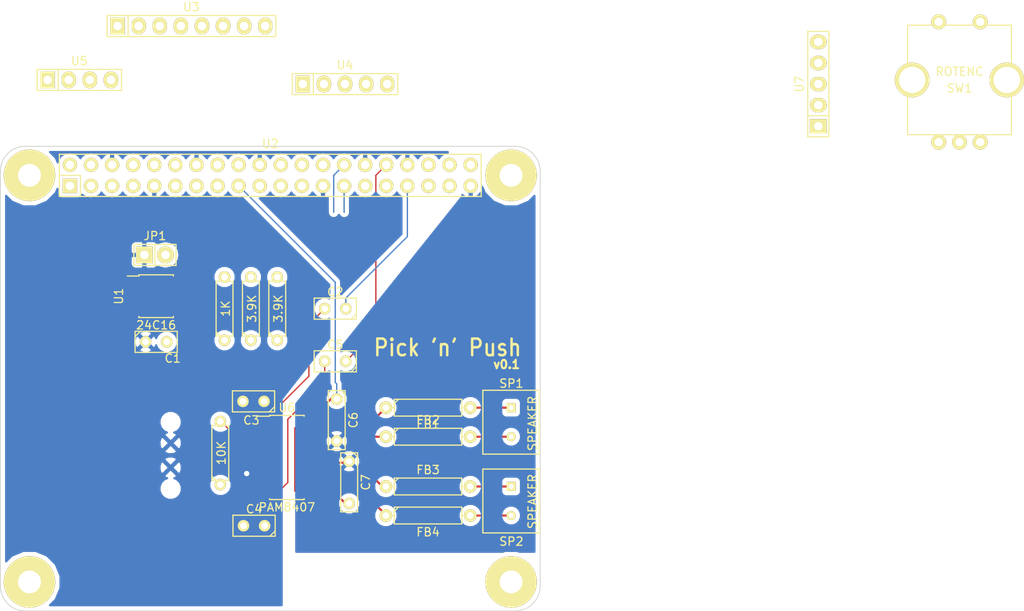
<source format=kicad_pcb>
(kicad_pcb (version 4) (host pcbnew "(2014-jul-16 BZR unknown)-product")

  (general
    (links 75)
    (no_connects 43)
    (area 95.449999 67.949999 160.550001 124.050001)
    (thickness 1.6)
    (drawings 10)
    (tracks 75)
    (zones 0)
    (modules 30)
    (nets 53)
  )

  (page A4)
  (layers
    (0 F.Cu signal)
    (31 B.Cu signal)
    (32 B.Adhes user)
    (33 F.Adhes user)
    (34 B.Paste user)
    (35 F.Paste user)
    (36 B.SilkS user)
    (37 F.SilkS user)
    (38 B.Mask user)
    (39 F.Mask user)
    (40 Dwgs.User user)
    (41 Cmts.User user)
    (42 Eco1.User user)
    (43 Eco2.User user)
    (44 Edge.Cuts user)
    (45 Margin user)
    (46 B.CrtYd user)
    (47 F.CrtYd user)
    (48 B.Fab user)
    (49 F.Fab user)
  )

  (setup
    (last_trace_width 0.1524)
    (trace_clearance 0.1524)
    (zone_clearance 0.508)
    (zone_45_only no)
    (trace_min 0.1524)
    (segment_width 0.2)
    (edge_width 0.1)
    (via_size 0.889)
    (via_drill 0.635)
    (via_min_size 0.889)
    (via_min_drill 0.508)
    (uvia_size 0.508)
    (uvia_drill 0.127)
    (uvias_allowed no)
    (uvia_min_size 0.508)
    (uvia_min_drill 0.127)
    (pcb_text_width 0.3)
    (pcb_text_size 1.5 1.5)
    (mod_edge_width 0.15)
    (mod_text_size 1 1)
    (mod_text_width 0.15)
    (pad_size 6.2 6.2)
    (pad_drill 2.75)
    (pad_to_mask_clearance 0)
    (aux_axis_origin 0 0)
    (grid_origin 12 12)
    (visible_elements 7FFFFFFF)
    (pcbplotparams
      (layerselection 0x00030_80000001)
      (usegerberextensions false)
      (excludeedgelayer true)
      (linewidth 0.100000)
      (plotframeref false)
      (viasonmask false)
      (mode 1)
      (useauxorigin false)
      (hpglpennumber 1)
      (hpglpenspeed 20)
      (hpglpendiameter 15)
      (hpglpenoverlay 2)
      (psnegative false)
      (psa4output false)
      (plotreference true)
      (plotvalue true)
      (plotinvisibletext false)
      (padsonsilk false)
      (subtractmaskfromsilk false)
      (outputformat 1)
      (mirror false)
      (drillshape 0)
      (scaleselection 1)
      (outputdirectory ""))
  )

  (net 0 "")
  (net 1 GND)
  (net 2 VCC)
  (net 3 /AUD_R)
  (net 4 "Net-(C2-Pad2)")
  (net 5 "Net-(C3-Pad2)")
  (net 6 "Net-(C4-Pad2)")
  (net 7 /AUD_L)
  (net 8 "Net-(C5-Pad2)")
  (net 9 "Net-(FB1-Pad1)")
  (net 10 "Net-(FB1-Pad2)")
  (net 11 "Net-(FB2-Pad1)")
  (net 12 "Net-(FB2-Pad2)")
  (net 13 "Net-(FB3-Pad1)")
  (net 14 "Net-(FB3-Pad2)")
  (net 15 "Net-(FB4-Pad1)")
  (net 16 "Net-(FB4-Pad2)")
  (net 17 "Net-(JP1-Pad2)")
  (net 18 /ID_SD)
  (net 19 /ID_SC)
  (net 20 "Net-(R4-Pad2)")
  (net 21 "Net-(SW1-Pad5)")
  (net 22 "Net-(SW1-Pad4)")
  (net 23 "Net-(SW1-Pad3)")
  (net 24 "Net-(SW1-Pad2)")
  (net 25 "Net-(SW1-Pad1)")
  (net 26 "Net-(U2-Pad2)")
  (net 27 "Net-(U2-Pad3)")
  (net 28 "Net-(U2-Pad4)")
  (net 29 "Net-(U2-Pad5)")
  (net 30 "Net-(U2-Pad7)")
  (net 31 /OLEDRST)
  (net 32 /OLEDDC)
  (net 33 /BTNLED)
  (net 34 /BTNPUSH)
  (net 35 /MNUPUSH)
  (net 36 "Net-(U2-Pad15)")
  (net 37 "Net-(U2-Pad16)")
  (net 38 "Net-(U2-Pad18)")
  (net 39 /OLEDDATA)
  (net 40 "Net-(U2-Pad21)")
  (net 41 /MNUROTA)
  (net 42 /OLEDCLK)
  (net 43 /OLEDCS)
  (net 44 "Net-(U2-Pad26)")
  (net 45 "Net-(U2-Pad29)")
  (net 46 "Net-(U2-Pad31)")
  (net 47 "Net-(U2-Pad35)")
  (net 48 "Net-(U2-Pad36)")
  (net 49 /MNUROTB)
  (net 50 "Net-(U2-Pad38)")
  (net 51 "Net-(U2-Pad40)")
  (net 52 "Net-(U3-Pad6)")

  (net_class Default "This is the default net class."
    (clearance 0.1524)
    (trace_width 0.1524)
    (via_dia 0.889)
    (via_drill 0.635)
    (uvia_dia 0.508)
    (uvia_drill 0.127)
    (add_net /AUD_L)
    (add_net /AUD_R)
    (add_net /BTNLED)
    (add_net /BTNPUSH)
    (add_net /ID_SC)
    (add_net /ID_SD)
    (add_net /MNUPUSH)
    (add_net /MNUROTA)
    (add_net /MNUROTB)
    (add_net /OLEDCLK)
    (add_net /OLEDCS)
    (add_net /OLEDDATA)
    (add_net /OLEDDC)
    (add_net /OLEDRST)
    (add_net GND)
    (add_net "Net-(C2-Pad2)")
    (add_net "Net-(C3-Pad2)")
    (add_net "Net-(C4-Pad2)")
    (add_net "Net-(C5-Pad2)")
    (add_net "Net-(FB1-Pad1)")
    (add_net "Net-(FB1-Pad2)")
    (add_net "Net-(FB2-Pad1)")
    (add_net "Net-(FB2-Pad2)")
    (add_net "Net-(FB3-Pad1)")
    (add_net "Net-(FB3-Pad2)")
    (add_net "Net-(FB4-Pad1)")
    (add_net "Net-(FB4-Pad2)")
    (add_net "Net-(JP1-Pad2)")
    (add_net "Net-(R4-Pad2)")
    (add_net "Net-(SW1-Pad1)")
    (add_net "Net-(SW1-Pad2)")
    (add_net "Net-(SW1-Pad3)")
    (add_net "Net-(SW1-Pad4)")
    (add_net "Net-(SW1-Pad5)")
    (add_net "Net-(U2-Pad15)")
    (add_net "Net-(U2-Pad16)")
    (add_net "Net-(U2-Pad18)")
    (add_net "Net-(U2-Pad2)")
    (add_net "Net-(U2-Pad21)")
    (add_net "Net-(U2-Pad26)")
    (add_net "Net-(U2-Pad29)")
    (add_net "Net-(U2-Pad3)")
    (add_net "Net-(U2-Pad31)")
    (add_net "Net-(U2-Pad35)")
    (add_net "Net-(U2-Pad36)")
    (add_net "Net-(U2-Pad38)")
    (add_net "Net-(U2-Pad4)")
    (add_net "Net-(U2-Pad40)")
    (add_net "Net-(U2-Pad5)")
    (add_net "Net-(U2-Pad7)")
    (add_net "Net-(U3-Pad6)")
    (add_net VCC)
  )

  (module Local:Mounting_Hole_2.75mm (layer F.Cu) (tedit 54A8CE9B) (tstamp 54A8D014)
    (at 99 71.5)
    (fp_text reference Mounting_Hole_2.75mm (at 0 4.3) (layer F.SilkS) hide
      (effects (font (size 1 1) (thickness 0.15)))
    )
    (fp_text value VAL** (at 0 -4.4) (layer F.SilkS) hide
      (effects (font (size 1 1) (thickness 0.15)))
    )
    (pad 1 thru_hole circle (at 0 0) (size 6.2 6.2) (drill 2.75) (layers *.Cu *.Mask F.SilkS))
  )

  (module Local:Mounting_Hole_2.75mm (layer F.Cu) (tedit 54A8CE9B) (tstamp 54A8D00A)
    (at 157 71.5)
    (fp_text reference Mounting_Hole_2.75mm (at 0 4.3) (layer F.SilkS) hide
      (effects (font (size 1 1) (thickness 0.15)))
    )
    (fp_text value VAL** (at 0 -4.4) (layer F.SilkS) hide
      (effects (font (size 1 1) (thickness 0.15)))
    )
    (pad 1 thru_hole circle (at 0 0) (size 6.2 6.2) (drill 2.75) (layers *.Cu *.Mask F.SilkS))
  )

  (module Local:Mounting_Hole_2.75mm (layer F.Cu) (tedit 54A8CE9B) (tstamp 54A8CFC4)
    (at 157 120.5)
    (fp_text reference Mounting_Hole_2.75mm (at 0 4.3) (layer F.SilkS) hide
      (effects (font (size 1 1) (thickness 0.15)))
    )
    (fp_text value VAL** (at 0 -4.4) (layer F.SilkS) hide
      (effects (font (size 1 1) (thickness 0.15)))
    )
    (pad 1 thru_hole circle (at 0 0) (size 6.2 6.2) (drill 2.75) (layers *.Cu *.Mask F.SilkS))
  )

  (module Discret:C1 (layer F.Cu) (tedit 54A8E52C) (tstamp 54A8CA1C)
    (at 114.254 91.564)
    (descr "Condensateur e = 1 pas")
    (tags C)
    (path /54A8751D)
    (fp_text reference C1 (at 2 2) (layer F.SilkS)
      (effects (font (size 1 1) (thickness 0.15)))
    )
    (fp_text value 100nF (at -1.5 2) (layer F.SilkS) hide
      (effects (font (size 1 1) (thickness 0.15)))
    )
    (fp_line (start -2.4892 -1.27) (end 2.54 -1.27) (layer F.SilkS) (width 0.15))
    (fp_line (start 2.54 -1.27) (end 2.54 1.27) (layer F.SilkS) (width 0.15))
    (fp_line (start 2.54 1.27) (end -2.54 1.27) (layer F.SilkS) (width 0.15))
    (fp_line (start -2.54 1.27) (end -2.54 -1.27) (layer F.SilkS) (width 0.15))
    (fp_line (start -2.54 -0.635) (end -1.905 -1.27) (layer F.SilkS) (width 0.15))
    (pad 1 thru_hole circle (at -1.27 0) (size 1.397 1.397) (drill 0.8128) (layers *.Cu *.Mask F.SilkS)
      (net 1 GND))
    (pad 2 thru_hole circle (at 1.27 0) (size 1.397 1.397) (drill 0.8128) (layers *.Cu *.Mask F.SilkS)
      (net 2 VCC))
    (model Discret/C1.wrl
      (at (xyz 0 0 0))
      (scale (xyz 1 1 1))
      (rotate (xyz 0 0 0))
    )
  )

  (module Discret:C1 (layer F.Cu) (tedit 54A8EC5C) (tstamp 54A8CA27)
    (at 135.825 87.565 180)
    (descr "Condensateur e = 1 pas")
    (tags C)
    (path /54A89373)
    (fp_text reference C2 (at 0 2 360) (layer F.SilkS)
      (effects (font (size 1 1) (thickness 0.15)))
    )
    (fp_text value 0.1uF (at 0 -2.286 180) (layer F.SilkS) hide
      (effects (font (size 1 1) (thickness 0.15)))
    )
    (fp_line (start -2.4892 -1.27) (end 2.54 -1.27) (layer F.SilkS) (width 0.15))
    (fp_line (start 2.54 -1.27) (end 2.54 1.27) (layer F.SilkS) (width 0.15))
    (fp_line (start 2.54 1.27) (end -2.54 1.27) (layer F.SilkS) (width 0.15))
    (fp_line (start -2.54 1.27) (end -2.54 -1.27) (layer F.SilkS) (width 0.15))
    (fp_line (start -2.54 -0.635) (end -1.905 -1.27) (layer F.SilkS) (width 0.15))
    (pad 1 thru_hole circle (at -1.27 0 180) (size 1.397 1.397) (drill 0.8128) (layers *.Cu *.Mask F.SilkS)
      (net 3 /AUD_R))
    (pad 2 thru_hole circle (at 1.27 0 180) (size 1.397 1.397) (drill 0.8128) (layers *.Cu *.Mask F.SilkS)
      (net 4 "Net-(C2-Pad2)"))
    (model Discret/C1.wrl
      (at (xyz 0 0 0))
      (scale (xyz 1 1 1))
      (rotate (xyz 0 0 0))
    )
  )

  (module Discret:C1 (layer F.Cu) (tedit 54A8D816) (tstamp 54A8CA32)
    (at 125.9825 98.741 180)
    (descr "Condensateur e = 1 pas")
    (tags C)
    (path /54A89346)
    (fp_text reference C3 (at 0.254 -2.286 180) (layer F.SilkS)
      (effects (font (size 1 1) (thickness 0.15)))
    )
    (fp_text value 0.1uF (at 0 2 180) (layer F.SilkS) hide
      (effects (font (size 1 1) (thickness 0.15)))
    )
    (fp_line (start -2.4892 -1.27) (end 2.54 -1.27) (layer F.SilkS) (width 0.15))
    (fp_line (start 2.54 -1.27) (end 2.54 1.27) (layer F.SilkS) (width 0.15))
    (fp_line (start 2.54 1.27) (end -2.54 1.27) (layer F.SilkS) (width 0.15))
    (fp_line (start -2.54 1.27) (end -2.54 -1.27) (layer F.SilkS) (width 0.15))
    (fp_line (start -2.54 -0.635) (end -1.905 -1.27) (layer F.SilkS) (width 0.15))
    (pad 1 thru_hole circle (at -1.27 0 180) (size 1.397 1.397) (drill 0.8128) (layers *.Cu *.Mask F.SilkS)
      (net 1 GND))
    (pad 2 thru_hole circle (at 1.27 0 180) (size 1.397 1.397) (drill 0.8128) (layers *.Cu *.Mask F.SilkS)
      (net 5 "Net-(C3-Pad2)"))
    (model Discret/C1.wrl
      (at (xyz 0 0 0))
      (scale (xyz 1 1 1))
      (rotate (xyz 0 0 0))
    )
  )

  (module Discret:C1 (layer F.Cu) (tedit 54A8D7E0) (tstamp 54A8CA3D)
    (at 126.046 113.727 180)
    (descr "Condensateur e = 1 pas")
    (tags C)
    (path /54A894DA)
    (fp_text reference C4 (at 0 2 180) (layer F.SilkS)
      (effects (font (size 1 1) (thickness 0.15)))
    )
    (fp_text value 0.1uF (at 0 -2.286 180) (layer F.SilkS) hide
      (effects (font (size 1 1) (thickness 0.15)))
    )
    (fp_line (start -2.4892 -1.27) (end 2.54 -1.27) (layer F.SilkS) (width 0.15))
    (fp_line (start 2.54 -1.27) (end 2.54 1.27) (layer F.SilkS) (width 0.15))
    (fp_line (start 2.54 1.27) (end -2.54 1.27) (layer F.SilkS) (width 0.15))
    (fp_line (start -2.54 1.27) (end -2.54 -1.27) (layer F.SilkS) (width 0.15))
    (fp_line (start -2.54 -0.635) (end -1.905 -1.27) (layer F.SilkS) (width 0.15))
    (pad 1 thru_hole circle (at -1.27 0 180) (size 1.397 1.397) (drill 0.8128) (layers *.Cu *.Mask F.SilkS)
      (net 1 GND))
    (pad 2 thru_hole circle (at 1.27 0 180) (size 1.397 1.397) (drill 0.8128) (layers *.Cu *.Mask F.SilkS)
      (net 6 "Net-(C4-Pad2)"))
    (model Discret/C1.wrl
      (at (xyz 0 0 0))
      (scale (xyz 1 1 1))
      (rotate (xyz 0 0 0))
    )
  )

  (module Discret:C1 (layer F.Cu) (tedit 54A8D820) (tstamp 54A8CA48)
    (at 135.825 93.915 180)
    (descr "Condensateur e = 1 pas")
    (tags C)
    (path /54A894E5)
    (fp_text reference C5 (at 0 2 180) (layer F.SilkS)
      (effects (font (size 1 1) (thickness 0.15)))
    )
    (fp_text value 0.1uF (at 0 -2.286 180) (layer F.SilkS) hide
      (effects (font (size 1 1) (thickness 0.15)))
    )
    (fp_line (start -2.4892 -1.27) (end 2.54 -1.27) (layer F.SilkS) (width 0.15))
    (fp_line (start 2.54 -1.27) (end 2.54 1.27) (layer F.SilkS) (width 0.15))
    (fp_line (start 2.54 1.27) (end -2.54 1.27) (layer F.SilkS) (width 0.15))
    (fp_line (start -2.54 1.27) (end -2.54 -1.27) (layer F.SilkS) (width 0.15))
    (fp_line (start -2.54 -0.635) (end -1.905 -1.27) (layer F.SilkS) (width 0.15))
    (pad 1 thru_hole circle (at -1.27 0 180) (size 1.397 1.397) (drill 0.8128) (layers *.Cu *.Mask F.SilkS)
      (net 7 /AUD_L))
    (pad 2 thru_hole circle (at 1.27 0 180) (size 1.397 1.397) (drill 0.8128) (layers *.Cu *.Mask F.SilkS)
      (net 8 "Net-(C5-Pad2)"))
    (model Discret/C1.wrl
      (at (xyz 0 0 0))
      (scale (xyz 1 1 1))
      (rotate (xyz 0 0 0))
    )
  )

  (module Discret:C2 (layer F.Cu) (tedit 54A8D7E8) (tstamp 54A8CA53)
    (at 136 101 270)
    (descr "Condensateur = 2 pas")
    (tags C)
    (path /54A8854B)
    (fp_text reference C6 (at 0 -2 270) (layer F.SilkS)
      (effects (font (size 1 1) (thickness 0.15)))
    )
    (fp_text value 1uF (at 0 0 270) (layer F.SilkS) hide
      (effects (font (size 1 1) (thickness 0.15)))
    )
    (fp_line (start -3.556 -1.016) (end 3.556 -1.016) (layer F.SilkS) (width 0.15))
    (fp_line (start 3.556 -1.016) (end 3.556 1.016) (layer F.SilkS) (width 0.15))
    (fp_line (start 3.556 1.016) (end -3.556 1.016) (layer F.SilkS) (width 0.15))
    (fp_line (start -3.556 1.016) (end -3.556 -1.016) (layer F.SilkS) (width 0.15))
    (fp_line (start -3.556 -0.508) (end -3.048 -1.016) (layer F.SilkS) (width 0.15))
    (pad 1 thru_hole circle (at -2.54 0 270) (size 1.397 1.397) (drill 0.8128) (layers *.Cu *.Mask F.SilkS)
      (net 2 VCC))
    (pad 2 thru_hole circle (at 2.54 0 270) (size 1.397 1.397) (drill 0.8128) (layers *.Cu *.Mask F.SilkS)
      (net 1 GND))
    (model Discret/C2.wrl
      (at (xyz 0 0 0))
      (scale (xyz 1 1 1))
      (rotate (xyz 0 0 0))
    )
  )

  (module Discret:C2 (layer F.Cu) (tedit 54A8D7B8) (tstamp 54A8CA5E)
    (at 137.5 108.5 270)
    (descr "Condensateur = 2 pas")
    (tags C)
    (path /54A8856C)
    (fp_text reference C7 (at 0 -2 270) (layer F.SilkS)
      (effects (font (size 1 1) (thickness 0.15)))
    )
    (fp_text value 1uF (at 0 0 270) (layer F.SilkS) hide
      (effects (font (size 1 1) (thickness 0.15)))
    )
    (fp_line (start -3.556 -1.016) (end 3.556 -1.016) (layer F.SilkS) (width 0.15))
    (fp_line (start 3.556 -1.016) (end 3.556 1.016) (layer F.SilkS) (width 0.15))
    (fp_line (start 3.556 1.016) (end -3.556 1.016) (layer F.SilkS) (width 0.15))
    (fp_line (start -3.556 1.016) (end -3.556 -1.016) (layer F.SilkS) (width 0.15))
    (fp_line (start -3.556 -0.508) (end -3.048 -1.016) (layer F.SilkS) (width 0.15))
    (pad 1 thru_hole circle (at -2.54 0 270) (size 1.397 1.397) (drill 0.8128) (layers *.Cu *.Mask F.SilkS)
      (net 1 GND))
    (pad 2 thru_hole circle (at 2.54 0 270) (size 1.397 1.397) (drill 0.8128) (layers *.Cu *.Mask F.SilkS)
      (net 2 VCC))
    (model Discret/C2.wrl
      (at (xyz 0 0 0))
      (scale (xyz 1 1 1))
      (rotate (xyz 0 0 0))
    )
  )

  (module Discret:R4 (layer F.Cu) (tedit 54A8D85F) (tstamp 54A8CA6C)
    (at 147 99.5)
    (descr "Resitance 4 pas")
    (tags R)
    (path /54A87BC1)
    (autoplace_cost180 10)
    (fp_text reference FB1 (at 0 2) (layer F.SilkS)
      (effects (font (size 1 1) (thickness 0.15)))
    )
    (fp_text value FILTER (at 0 0) (layer F.SilkS) hide
      (effects (font (size 1 1) (thickness 0.15)))
    )
    (fp_line (start -5.08 0) (end -4.064 0) (layer F.SilkS) (width 0.15))
    (fp_line (start -4.064 0) (end -4.064 -1.016) (layer F.SilkS) (width 0.15))
    (fp_line (start -4.064 -1.016) (end 4.064 -1.016) (layer F.SilkS) (width 0.15))
    (fp_line (start 4.064 -1.016) (end 4.064 1.016) (layer F.SilkS) (width 0.15))
    (fp_line (start 4.064 1.016) (end -4.064 1.016) (layer F.SilkS) (width 0.15))
    (fp_line (start -4.064 1.016) (end -4.064 0) (layer F.SilkS) (width 0.15))
    (fp_line (start -4.064 -0.508) (end -3.556 -1.016) (layer F.SilkS) (width 0.15))
    (fp_line (start 5.08 0) (end 4.064 0) (layer F.SilkS) (width 0.15))
    (pad 1 thru_hole circle (at -5.08 0) (size 1.524 1.524) (drill 0.8128) (layers *.Cu *.Mask F.SilkS)
      (net 9 "Net-(FB1-Pad1)"))
    (pad 2 thru_hole circle (at 5.08 0) (size 1.524 1.524) (drill 0.8128) (layers *.Cu *.Mask F.SilkS)
      (net 10 "Net-(FB1-Pad2)"))
    (model Discret/R4.wrl
      (at (xyz 0 0 0))
      (scale (xyz 0.4 0.4 0.4))
      (rotate (xyz 0 0 0))
    )
  )

  (module Discret:R4 (layer F.Cu) (tedit 54A8D863) (tstamp 54A8CA7A)
    (at 147 103)
    (descr "Resitance 4 pas")
    (tags R)
    (path /54A87BD5)
    (autoplace_cost180 10)
    (fp_text reference FB2 (at 0 -2) (layer F.SilkS)
      (effects (font (size 1 1) (thickness 0.15)))
    )
    (fp_text value FILTER (at 0 0) (layer F.SilkS) hide
      (effects (font (size 1 1) (thickness 0.15)))
    )
    (fp_line (start -5.08 0) (end -4.064 0) (layer F.SilkS) (width 0.15))
    (fp_line (start -4.064 0) (end -4.064 -1.016) (layer F.SilkS) (width 0.15))
    (fp_line (start -4.064 -1.016) (end 4.064 -1.016) (layer F.SilkS) (width 0.15))
    (fp_line (start 4.064 -1.016) (end 4.064 1.016) (layer F.SilkS) (width 0.15))
    (fp_line (start 4.064 1.016) (end -4.064 1.016) (layer F.SilkS) (width 0.15))
    (fp_line (start -4.064 1.016) (end -4.064 0) (layer F.SilkS) (width 0.15))
    (fp_line (start -4.064 -0.508) (end -3.556 -1.016) (layer F.SilkS) (width 0.15))
    (fp_line (start 5.08 0) (end 4.064 0) (layer F.SilkS) (width 0.15))
    (pad 1 thru_hole circle (at -5.08 0) (size 1.524 1.524) (drill 0.8128) (layers *.Cu *.Mask F.SilkS)
      (net 11 "Net-(FB2-Pad1)"))
    (pad 2 thru_hole circle (at 5.08 0) (size 1.524 1.524) (drill 0.8128) (layers *.Cu *.Mask F.SilkS)
      (net 12 "Net-(FB2-Pad2)"))
    (model Discret/R4.wrl
      (at (xyz 0 0 0))
      (scale (xyz 0.4 0.4 0.4))
      (rotate (xyz 0 0 0))
    )
  )

  (module Discret:R4 (layer F.Cu) (tedit 54A8D856) (tstamp 54A8CA88)
    (at 147 109)
    (descr "Resitance 4 pas")
    (tags R)
    (path /54A884E7)
    (autoplace_cost180 10)
    (fp_text reference FB3 (at 0 -2) (layer F.SilkS)
      (effects (font (size 1 1) (thickness 0.15)))
    )
    (fp_text value FILTER (at 0 0 180) (layer F.SilkS) hide
      (effects (font (size 1 1) (thickness 0.15)))
    )
    (fp_line (start -5.08 0) (end -4.064 0) (layer F.SilkS) (width 0.15))
    (fp_line (start -4.064 0) (end -4.064 -1.016) (layer F.SilkS) (width 0.15))
    (fp_line (start -4.064 -1.016) (end 4.064 -1.016) (layer F.SilkS) (width 0.15))
    (fp_line (start 4.064 -1.016) (end 4.064 1.016) (layer F.SilkS) (width 0.15))
    (fp_line (start 4.064 1.016) (end -4.064 1.016) (layer F.SilkS) (width 0.15))
    (fp_line (start -4.064 1.016) (end -4.064 0) (layer F.SilkS) (width 0.15))
    (fp_line (start -4.064 -0.508) (end -3.556 -1.016) (layer F.SilkS) (width 0.15))
    (fp_line (start 5.08 0) (end 4.064 0) (layer F.SilkS) (width 0.15))
    (pad 1 thru_hole circle (at -5.08 0) (size 1.524 1.524) (drill 0.8128) (layers *.Cu *.Mask F.SilkS)
      (net 13 "Net-(FB3-Pad1)"))
    (pad 2 thru_hole circle (at 5.08 0) (size 1.524 1.524) (drill 0.8128) (layers *.Cu *.Mask F.SilkS)
      (net 14 "Net-(FB3-Pad2)"))
    (model Discret/R4.wrl
      (at (xyz 0 0 0))
      (scale (xyz 0.4 0.4 0.4))
      (rotate (xyz 0 0 0))
    )
  )

  (module Discret:R4 (layer F.Cu) (tedit 54A8D859) (tstamp 54A8CA96)
    (at 147 112.5)
    (descr "Resitance 4 pas")
    (tags R)
    (path /54A884ED)
    (autoplace_cost180 10)
    (fp_text reference FB4 (at 0 2) (layer F.SilkS)
      (effects (font (size 1 1) (thickness 0.15)))
    )
    (fp_text value FILTER (at 0 0) (layer F.SilkS) hide
      (effects (font (size 1 1) (thickness 0.15)))
    )
    (fp_line (start -5.08 0) (end -4.064 0) (layer F.SilkS) (width 0.15))
    (fp_line (start -4.064 0) (end -4.064 -1.016) (layer F.SilkS) (width 0.15))
    (fp_line (start -4.064 -1.016) (end 4.064 -1.016) (layer F.SilkS) (width 0.15))
    (fp_line (start 4.064 -1.016) (end 4.064 1.016) (layer F.SilkS) (width 0.15))
    (fp_line (start 4.064 1.016) (end -4.064 1.016) (layer F.SilkS) (width 0.15))
    (fp_line (start -4.064 1.016) (end -4.064 0) (layer F.SilkS) (width 0.15))
    (fp_line (start -4.064 -0.508) (end -3.556 -1.016) (layer F.SilkS) (width 0.15))
    (fp_line (start 5.08 0) (end 4.064 0) (layer F.SilkS) (width 0.15))
    (pad 1 thru_hole circle (at -5.08 0) (size 1.524 1.524) (drill 0.8128) (layers *.Cu *.Mask F.SilkS)
      (net 15 "Net-(FB4-Pad1)"))
    (pad 2 thru_hole circle (at 5.08 0) (size 1.524 1.524) (drill 0.8128) (layers *.Cu *.Mask F.SilkS)
      (net 16 "Net-(FB4-Pad2)"))
    (model Discret/R4.wrl
      (at (xyz 0 0 0))
      (scale (xyz 0.4 0.4 0.4))
      (rotate (xyz 0 0 0))
    )
  )

  (module Pin_Headers:Pin_Header_Straight_1x02 (layer F.Cu) (tedit 54A8C963) (tstamp 54A8CAA2)
    (at 114.108 81.088)
    (descr "Through hole pin header")
    (tags "pin header")
    (path /54A841ED)
    (fp_text reference JP1 (at 0 -2.286) (layer F.SilkS)
      (effects (font (size 1 1) (thickness 0.15)))
    )
    (fp_text value JUMPER (at 0 0) (layer F.SilkS) hide
      (effects (font (size 1 1) (thickness 0.15)))
    )
    (fp_line (start 0 -1.27) (end 0 1.27) (layer F.SilkS) (width 0.15))
    (fp_line (start -2.54 -1.27) (end -2.54 1.27) (layer F.SilkS) (width 0.15))
    (fp_line (start -2.54 1.27) (end 0 1.27) (layer F.SilkS) (width 0.15))
    (fp_line (start 0 1.27) (end 2.54 1.27) (layer F.SilkS) (width 0.15))
    (fp_line (start 2.54 1.27) (end 2.54 -1.27) (layer F.SilkS) (width 0.15))
    (fp_line (start 2.54 -1.27) (end -2.54 -1.27) (layer F.SilkS) (width 0.15))
    (pad 1 thru_hole rect (at -1.27 0) (size 2.032 2.032) (drill 1.016) (layers *.Cu *.Mask F.SilkS)
      (net 1 GND))
    (pad 2 thru_hole oval (at 1.27 0) (size 2.032 2.032) (drill 1.016) (layers *.Cu *.Mask F.SilkS)
      (net 17 "Net-(JP1-Pad2)"))
    (model Pin_Headers/Pin_Header_Straight_1x02.wrl
      (at (xyz 0 0 0))
      (scale (xyz 1 1 1))
      (rotate (xyz 0 0 0))
    )
  )

  (module Discret:R3 (layer F.Cu) (tedit 54A8D739) (tstamp 54A8CAB0)
    (at 122.49 87.565 90)
    (descr "Resitance 3 pas")
    (tags R)
    (path /54A87661)
    (autoplace_cost180 10)
    (fp_text reference R1 (at 0 -2 90) (layer F.SilkS) hide
      (effects (font (size 1 1) (thickness 0.15)))
    )
    (fp_text value 1K (at 0 0.127 90) (layer F.SilkS)
      (effects (font (size 1 1) (thickness 0.15)))
    )
    (fp_line (start -3.81 0) (end -3.302 0) (layer F.SilkS) (width 0.15))
    (fp_line (start 3.81 0) (end 3.302 0) (layer F.SilkS) (width 0.15))
    (fp_line (start 3.302 0) (end 3.302 -1.016) (layer F.SilkS) (width 0.15))
    (fp_line (start 3.302 -1.016) (end -3.302 -1.016) (layer F.SilkS) (width 0.15))
    (fp_line (start -3.302 -1.016) (end -3.302 1.016) (layer F.SilkS) (width 0.15))
    (fp_line (start -3.302 1.016) (end 3.302 1.016) (layer F.SilkS) (width 0.15))
    (fp_line (start 3.302 1.016) (end 3.302 0) (layer F.SilkS) (width 0.15))
    (fp_line (start -3.302 -0.508) (end -2.794 -1.016) (layer F.SilkS) (width 0.15))
    (pad 1 thru_hole circle (at -3.81 0 90) (size 1.397 1.397) (drill 0.8128) (layers *.Cu *.Mask F.SilkS)
      (net 2 VCC))
    (pad 2 thru_hole circle (at 3.81 0 90) (size 1.397 1.397) (drill 0.8128) (layers *.Cu *.Mask F.SilkS)
      (net 17 "Net-(JP1-Pad2)"))
    (model Discret/R3.wrl
      (at (xyz 0 0 0))
      (scale (xyz 0.3 0.3 0.3))
      (rotate (xyz 0 0 0))
    )
  )

  (module Discret:R3 (layer F.Cu) (tedit 54A8ED0A) (tstamp 54A8CABE)
    (at 128.84 87.565 90)
    (descr "Resitance 3 pas")
    (tags R)
    (path /54A878B0)
    (autoplace_cost180 10)
    (fp_text reference R2 (at 0 -2 90) (layer F.SilkS) hide
      (effects (font (size 1 1) (thickness 0.15)))
    )
    (fp_text value 3.9K (at 0 0.127 90) (layer F.SilkS)
      (effects (font (size 1 1) (thickness 0.15)))
    )
    (fp_line (start -3.81 0) (end -3.302 0) (layer F.SilkS) (width 0.15))
    (fp_line (start 3.81 0) (end 3.302 0) (layer F.SilkS) (width 0.15))
    (fp_line (start 3.302 0) (end 3.302 -1.016) (layer F.SilkS) (width 0.15))
    (fp_line (start 3.302 -1.016) (end -3.302 -1.016) (layer F.SilkS) (width 0.15))
    (fp_line (start -3.302 -1.016) (end -3.302 1.016) (layer F.SilkS) (width 0.15))
    (fp_line (start -3.302 1.016) (end 3.302 1.016) (layer F.SilkS) (width 0.15))
    (fp_line (start 3.302 1.016) (end 3.302 0) (layer F.SilkS) (width 0.15))
    (fp_line (start -3.302 -0.508) (end -2.794 -1.016) (layer F.SilkS) (width 0.15))
    (pad 1 thru_hole circle (at -3.81 0 90) (size 1.397 1.397) (drill 0.8128) (layers *.Cu *.Mask F.SilkS)
      (net 18 /ID_SD))
    (pad 2 thru_hole circle (at 3.81 0 90) (size 1.397 1.397) (drill 0.8128) (layers *.Cu *.Mask F.SilkS)
      (net 2 VCC))
    (model Discret/R3.wrl
      (at (xyz 0 0 0))
      (scale (xyz 0.3 0.3 0.3))
      (rotate (xyz 0 0 0))
    )
  )

  (module Discret:R3 (layer F.Cu) (tedit 54A8E5B0) (tstamp 54A8CACC)
    (at 125.665 87.565 90)
    (descr "Resitance 3 pas")
    (tags R)
    (path /54A878C4)
    (autoplace_cost180 10)
    (fp_text reference R3 (at 0 2 90) (layer F.SilkS) hide
      (effects (font (size 1 1) (thickness 0.15)))
    )
    (fp_text value 3.9K (at 0 0.127 90) (layer F.SilkS)
      (effects (font (size 1 1) (thickness 0.15)))
    )
    (fp_line (start -3.81 0) (end -3.302 0) (layer F.SilkS) (width 0.15))
    (fp_line (start 3.81 0) (end 3.302 0) (layer F.SilkS) (width 0.15))
    (fp_line (start 3.302 0) (end 3.302 -1.016) (layer F.SilkS) (width 0.15))
    (fp_line (start 3.302 -1.016) (end -3.302 -1.016) (layer F.SilkS) (width 0.15))
    (fp_line (start -3.302 -1.016) (end -3.302 1.016) (layer F.SilkS) (width 0.15))
    (fp_line (start -3.302 1.016) (end 3.302 1.016) (layer F.SilkS) (width 0.15))
    (fp_line (start 3.302 1.016) (end 3.302 0) (layer F.SilkS) (width 0.15))
    (fp_line (start -3.302 -0.508) (end -2.794 -1.016) (layer F.SilkS) (width 0.15))
    (pad 1 thru_hole circle (at -3.81 0 90) (size 1.397 1.397) (drill 0.8128) (layers *.Cu *.Mask F.SilkS)
      (net 19 /ID_SC))
    (pad 2 thru_hole circle (at 3.81 0 90) (size 1.397 1.397) (drill 0.8128) (layers *.Cu *.Mask F.SilkS)
      (net 2 VCC))
    (model Discret/R3.wrl
      (at (xyz 0 0 0))
      (scale (xyz 0.3 0.3 0.3))
      (rotate (xyz 0 0 0))
    )
  )

  (module Discret:R3 (layer F.Cu) (tedit 54A8DC86) (tstamp 54A8CADA)
    (at 121.982 104.964 90)
    (descr "Resitance 3 pas")
    (tags R)
    (path /54A88EE7)
    (autoplace_cost180 10)
    (fp_text reference R4 (at 0 -2 90) (layer F.SilkS) hide
      (effects (font (size 1 1) (thickness 0.15)))
    )
    (fp_text value 10K (at 0 0.127 270) (layer F.SilkS)
      (effects (font (size 1 1) (thickness 0.15)))
    )
    (fp_line (start -3.81 0) (end -3.302 0) (layer F.SilkS) (width 0.15))
    (fp_line (start 3.81 0) (end 3.302 0) (layer F.SilkS) (width 0.15))
    (fp_line (start 3.302 0) (end 3.302 -1.016) (layer F.SilkS) (width 0.15))
    (fp_line (start 3.302 -1.016) (end -3.302 -1.016) (layer F.SilkS) (width 0.15))
    (fp_line (start -3.302 -1.016) (end -3.302 1.016) (layer F.SilkS) (width 0.15))
    (fp_line (start -3.302 1.016) (end 3.302 1.016) (layer F.SilkS) (width 0.15))
    (fp_line (start 3.302 1.016) (end 3.302 0) (layer F.SilkS) (width 0.15))
    (fp_line (start -3.302 -0.508) (end -2.794 -1.016) (layer F.SilkS) (width 0.15))
    (pad 1 thru_hole circle (at -3.81 0 90) (size 1.397 1.397) (drill 0.8128) (layers *.Cu *.Mask F.SilkS)
      (net 2 VCC))
    (pad 2 thru_hole circle (at 3.81 0 90) (size 1.397 1.397) (drill 0.8128) (layers *.Cu *.Mask F.SilkS)
      (net 20 "Net-(R4-Pad2)"))
    (model Discret/R3.wrl
      (at (xyz 0 0 0))
      (scale (xyz 0.3 0.3 0.3))
      (rotate (xyz 0 0 0))
    )
  )

  (module Local:Terminal_Block_2x3.5mm (layer F.Cu) (tedit 54A8F227) (tstamp 54A8CAE4)
    (at 157 99.5 270)
    (path /54A88374)
    (fp_text reference SP1 (at -2.918 -0.034 360) (layer F.SilkS)
      (effects (font (size 1 1) (thickness 0.15)))
    )
    (fp_text value SPEAKER (at 1.908 -2.574 270) (layer F.SilkS)
      (effects (font (size 1 1) (thickness 0.15)))
    )
    (fp_line (start -2.1 -3.4) (end 5.6 -3.4) (layer F.SilkS) (width 0.15))
    (fp_line (start 5.6 -3.4) (end 5.6 3.4) (layer F.SilkS) (width 0.15))
    (fp_line (start 5.6 3.4) (end -2.1 3.4) (layer F.SilkS) (width 0.15))
    (fp_line (start -2.1 -3.4) (end -2.1 3.4) (layer F.SilkS) (width 0.15))
    (pad 2 thru_hole circle (at 3.5 0 270) (size 1.1 1.1) (drill 0.6) (layers *.Cu *.Mask F.SilkS)
      (net 12 "Net-(FB2-Pad2)"))
    (pad 1 thru_hole rect (at 0 0 270) (size 1.1 1.1) (drill 0.6) (layers *.Cu *.Mask F.SilkS)
      (net 10 "Net-(FB1-Pad2)"))
  )

  (module Local:Terminal_Block_2x3.5mm (layer F.Cu) (tedit 54A8F230) (tstamp 54A8CAEE)
    (at 157 109 270)
    (path /54A884F3)
    (fp_text reference SP2 (at 6.632 -0.034 360) (layer F.SilkS)
      (effects (font (size 1 1) (thickness 0.15)))
    )
    (fp_text value SPEAKER (at 1.806 -2.574 270) (layer F.SilkS)
      (effects (font (size 1 1) (thickness 0.15)))
    )
    (fp_line (start -2.1 -3.4) (end 5.6 -3.4) (layer F.SilkS) (width 0.15))
    (fp_line (start 5.6 -3.4) (end 5.6 3.4) (layer F.SilkS) (width 0.15))
    (fp_line (start 5.6 3.4) (end -2.1 3.4) (layer F.SilkS) (width 0.15))
    (fp_line (start -2.1 -3.4) (end -2.1 3.4) (layer F.SilkS) (width 0.15))
    (pad 2 thru_hole circle (at 3.5 0 270) (size 1.1 1.1) (drill 0.6) (layers *.Cu *.Mask F.SilkS)
      (net 16 "Net-(FB4-Pad2)"))
    (pad 1 thru_hole rect (at 0 0 270) (size 1.1 1.1) (drill 0.6) (layers *.Cu *.Mask F.SilkS)
      (net 14 "Net-(FB3-Pad2)"))
  )

  (module Local:PEC11 (layer F.Cu) (tedit 54A8C6BF) (tstamp 54A8CAFD)
    (at 211 60)
    (path /54A8BB42)
    (fp_text reference SW1 (at 0 1) (layer F.SilkS)
      (effects (font (size 1 1) (thickness 0.15)))
    )
    (fp_text value ROTENC (at 0 -1) (layer F.SilkS)
      (effects (font (size 1 1) (thickness 0.15)))
    )
    (fp_line (start -6.25 -6.6) (end 6.25 -6.6) (layer F.SilkS) (width 0.15))
    (fp_line (start 6.25 -6.6) (end 6.25 6.6) (layer F.SilkS) (width 0.15))
    (fp_line (start 6.25 6.6) (end -6.25 6.6) (layer F.SilkS) (width 0.15))
    (fp_line (start -6.25 6.6) (end -6.25 -6.6) (layer F.SilkS) (width 0.15))
    (pad "" thru_hole circle (at -5.7 0) (size 4.17 4.17) (drill 3.17) (layers *.Cu *.Mask F.SilkS))
    (pad 5 thru_hole circle (at -2.5 -7) (size 1.8 1.8) (drill 1) (layers *.Cu *.Mask F.SilkS)
      (net 21 "Net-(SW1-Pad5)"))
    (pad 4 thru_hole circle (at 2.5 -7) (size 1.8 1.8) (drill 1) (layers *.Cu *.Mask F.SilkS)
      (net 22 "Net-(SW1-Pad4)"))
    (pad 3 thru_hole circle (at 2.5 7.5) (size 1.8 1.8) (drill 1) (layers *.Cu *.Mask F.SilkS)
      (net 23 "Net-(SW1-Pad3)"))
    (pad 2 thru_hole circle (at 0 7.5) (size 1.8 1.8) (drill 1) (layers *.Cu *.Mask F.SilkS)
      (net 24 "Net-(SW1-Pad2)"))
    (pad 1 thru_hole circle (at -2.5 7.5) (size 1.8 1.8) (drill 1) (layers *.Cu *.Mask F.SilkS)
      (net 25 "Net-(SW1-Pad1)"))
    (pad "" thru_hole circle (at 5.7 0) (size 4.17 4.17) (drill 3.17) (layers *.Cu *.Mask F.SilkS))
  )

  (module SOIC_Packages:SOIC-8_3.9x4.9mm_Pitch1.27mm (layer F.Cu) (tedit 54A8E7BA) (tstamp 54A8CB14)
    (at 114.254 86.064)
    (descr "8-Lead Plastic Small Outline (SN) - Narrow, 3.90 mm Body [SOIC] (see Microchip Packaging Specification 00000049BS.pdf)")
    (tags "SOIC 1.27")
    (path /54A83FFB)
    (attr smd)
    (fp_text reference U1 (at -4.5 0 90) (layer F.SilkS)
      (effects (font (size 1 1) (thickness 0.15)))
    )
    (fp_text value 24C16 (at 0 3.5) (layer F.SilkS)
      (effects (font (size 1 1) (thickness 0.15)))
    )
    (fp_line (start -3.75 -2.75) (end -3.75 2.75) (layer F.CrtYd) (width 0.05))
    (fp_line (start 3.75 -2.75) (end 3.75 2.75) (layer F.CrtYd) (width 0.05))
    (fp_line (start -3.75 -2.75) (end 3.75 -2.75) (layer F.CrtYd) (width 0.05))
    (fp_line (start -3.75 2.75) (end 3.75 2.75) (layer F.CrtYd) (width 0.05))
    (fp_line (start -2.075 -2.575) (end -2.075 -2.43) (layer F.SilkS) (width 0.15))
    (fp_line (start 2.075 -2.575) (end 2.075 -2.43) (layer F.SilkS) (width 0.15))
    (fp_line (start 2.075 2.575) (end 2.075 2.43) (layer F.SilkS) (width 0.15))
    (fp_line (start -2.075 2.575) (end -2.075 2.43) (layer F.SilkS) (width 0.15))
    (fp_line (start -2.075 -2.575) (end 2.075 -2.575) (layer F.SilkS) (width 0.15))
    (fp_line (start -2.075 2.575) (end 2.075 2.575) (layer F.SilkS) (width 0.15))
    (fp_line (start -2.075 -2.43) (end -3.475 -2.43) (layer F.SilkS) (width 0.15))
    (pad 1 smd rect (at -2.7 -1.905) (size 1.55 0.6) (layers F.Cu F.Paste F.Mask)
      (net 1 GND))
    (pad 2 smd rect (at -2.7 -0.635) (size 1.55 0.6) (layers F.Cu F.Paste F.Mask)
      (net 1 GND))
    (pad 3 smd rect (at -2.7 0.635) (size 1.55 0.6) (layers F.Cu F.Paste F.Mask)
      (net 1 GND))
    (pad 4 smd rect (at -2.7 1.905) (size 1.55 0.6) (layers F.Cu F.Paste F.Mask)
      (net 1 GND))
    (pad 5 smd rect (at 2.7 1.905) (size 1.55 0.6) (layers F.Cu F.Paste F.Mask)
      (net 18 /ID_SD))
    (pad 6 smd rect (at 2.7 0.635) (size 1.55 0.6) (layers F.Cu F.Paste F.Mask)
      (net 19 /ID_SC))
    (pad 7 smd rect (at 2.7 -0.635) (size 1.55 0.6) (layers F.Cu F.Paste F.Mask)
      (net 17 "Net-(JP1-Pad2)"))
    (pad 8 smd rect (at 2.7 -1.905) (size 1.55 0.6) (layers F.Cu F.Paste F.Mask)
      (net 2 VCC))
    (model Housings_SOIC/SOIC-8_3.9x4.9mm_Pitch1.27mm.wrl
      (at (xyz 0 0 0))
      (scale (xyz 1 1 1))
      (rotate (xyz 0 0 0))
    )
  )

  (module Pin_Headers:Pin_Header_Straight_2x20 (layer F.Cu) (tedit 54A8C963) (tstamp 54A8CB48)
    (at 128 71.5)
    (descr "Through hole pin header")
    (tags "pin header")
    (path /54A79B4A)
    (fp_text reference U2 (at 0 -3.81) (layer F.SilkS)
      (effects (font (size 1 1) (thickness 0.15)))
    )
    (fp_text value RASPIPLUSHEADER (at 0 0) (layer F.SilkS) hide
      (effects (font (size 1 1) (thickness 0.15)))
    )
    (fp_line (start 25.4 -2.54) (end -25.4 -2.54) (layer F.SilkS) (width 0.15))
    (fp_line (start -22.86 2.54) (end 25.4 2.54) (layer F.SilkS) (width 0.15))
    (fp_line (start 25.4 -2.54) (end 25.4 2.54) (layer F.SilkS) (width 0.15))
    (fp_line (start -25.4 -2.54) (end -25.4 0) (layer F.SilkS) (width 0.15))
    (fp_line (start -25.4 2.54) (end -22.86 2.54) (layer F.SilkS) (width 0.15))
    (fp_line (start -25.4 0) (end -22.86 0) (layer F.SilkS) (width 0.15))
    (fp_line (start -22.86 0) (end -22.86 2.54) (layer F.SilkS) (width 0.15))
    (fp_line (start -25.4 2.54) (end -25.4 0) (layer F.SilkS) (width 0.15))
    (pad 1 thru_hole rect (at -24.13 1.27) (size 1.7272 1.7272) (drill 1.016) (layers *.Cu *.Mask F.SilkS)
      (net 2 VCC))
    (pad 2 thru_hole oval (at -24.13 -1.27) (size 1.7272 1.7272) (drill 1.016) (layers *.Cu *.Mask F.SilkS)
      (net 26 "Net-(U2-Pad2)"))
    (pad 3 thru_hole oval (at -21.59 1.27) (size 1.7272 1.7272) (drill 1.016) (layers *.Cu *.Mask F.SilkS)
      (net 27 "Net-(U2-Pad3)"))
    (pad 4 thru_hole oval (at -21.59 -1.27) (size 1.7272 1.7272) (drill 1.016) (layers *.Cu *.Mask F.SilkS)
      (net 28 "Net-(U2-Pad4)"))
    (pad 5 thru_hole oval (at -19.05 1.27) (size 1.7272 1.7272) (drill 1.016) (layers *.Cu *.Mask F.SilkS)
      (net 29 "Net-(U2-Pad5)"))
    (pad 6 thru_hole oval (at -19.05 -1.27) (size 1.7272 1.7272) (drill 1.016) (layers *.Cu *.Mask F.SilkS)
      (net 1 GND))
    (pad 7 thru_hole oval (at -16.51 1.27) (size 1.7272 1.7272) (drill 1.016) (layers *.Cu *.Mask F.SilkS)
      (net 30 "Net-(U2-Pad7)"))
    (pad 8 thru_hole oval (at -16.51 -1.27) (size 1.7272 1.7272) (drill 1.016) (layers *.Cu *.Mask F.SilkS)
      (net 31 /OLEDRST))
    (pad 9 thru_hole oval (at -13.97 1.27) (size 1.7272 1.7272) (drill 1.016) (layers *.Cu *.Mask F.SilkS)
      (net 1 GND))
    (pad 10 thru_hole oval (at -13.97 -1.27) (size 1.7272 1.7272) (drill 1.016) (layers *.Cu *.Mask F.SilkS)
      (net 32 /OLEDDC))
    (pad 11 thru_hole oval (at -11.43 1.27) (size 1.7272 1.7272) (drill 1.016) (layers *.Cu *.Mask F.SilkS)
      (net 33 /BTNLED))
    (pad 12 thru_hole oval (at -11.43 -1.27) (size 1.7272 1.7272) (drill 1.016) (layers *.Cu *.Mask F.SilkS)
      (net 34 /BTNPUSH))
    (pad 13 thru_hole oval (at -8.89 1.27) (size 1.7272 1.7272) (drill 1.016) (layers *.Cu *.Mask F.SilkS)
      (net 35 /MNUPUSH))
    (pad 14 thru_hole oval (at -8.89 -1.27) (size 1.7272 1.7272) (drill 1.016) (layers *.Cu *.Mask F.SilkS)
      (net 1 GND))
    (pad 15 thru_hole oval (at -6.35 1.27) (size 1.7272 1.7272) (drill 1.016) (layers *.Cu *.Mask F.SilkS)
      (net 36 "Net-(U2-Pad15)"))
    (pad 16 thru_hole oval (at -6.35 -1.27) (size 1.7272 1.7272) (drill 1.016) (layers *.Cu *.Mask F.SilkS)
      (net 37 "Net-(U2-Pad16)"))
    (pad 17 thru_hole oval (at -3.81 1.27) (size 1.7272 1.7272) (drill 1.016) (layers *.Cu *.Mask F.SilkS)
      (net 2 VCC))
    (pad 18 thru_hole oval (at -3.81 -1.27) (size 1.7272 1.7272) (drill 1.016) (layers *.Cu *.Mask F.SilkS)
      (net 38 "Net-(U2-Pad18)"))
    (pad 19 thru_hole oval (at -1.27 1.27) (size 1.7272 1.7272) (drill 1.016) (layers *.Cu *.Mask F.SilkS)
      (net 39 /OLEDDATA))
    (pad 20 thru_hole oval (at -1.27 -1.27) (size 1.7272 1.7272) (drill 1.016) (layers *.Cu *.Mask F.SilkS)
      (net 1 GND))
    (pad 21 thru_hole oval (at 1.27 1.27) (size 1.7272 1.7272) (drill 1.016) (layers *.Cu *.Mask F.SilkS)
      (net 40 "Net-(U2-Pad21)"))
    (pad 22 thru_hole oval (at 1.27 -1.27) (size 1.7272 1.7272) (drill 1.016) (layers *.Cu *.Mask F.SilkS)
      (net 41 /MNUROTA))
    (pad 23 thru_hole oval (at 3.81 1.27) (size 1.7272 1.7272) (drill 1.016) (layers *.Cu *.Mask F.SilkS)
      (net 42 /OLEDCLK))
    (pad 24 thru_hole oval (at 3.81 -1.27) (size 1.7272 1.7272) (drill 1.016) (layers *.Cu *.Mask F.SilkS)
      (net 43 /OLEDCS))
    (pad 25 thru_hole oval (at 6.35 1.27) (size 1.7272 1.7272) (drill 1.016) (layers *.Cu *.Mask F.SilkS)
      (net 1 GND))
    (pad 26 thru_hole oval (at 6.35 -1.27) (size 1.7272 1.7272) (drill 1.016) (layers *.Cu *.Mask F.SilkS)
      (net 44 "Net-(U2-Pad26)"))
    (pad 27 thru_hole oval (at 8.89 1.27) (size 1.7272 1.7272) (drill 1.016) (layers *.Cu *.Mask F.SilkS)
      (net 18 /ID_SD))
    (pad 28 thru_hole oval (at 8.89 -1.27) (size 1.7272 1.7272) (drill 1.016) (layers *.Cu *.Mask F.SilkS)
      (net 19 /ID_SC))
    (pad 29 thru_hole oval (at 11.43 1.27) (size 1.7272 1.7272) (drill 1.016) (layers *.Cu *.Mask F.SilkS)
      (net 45 "Net-(U2-Pad29)"))
    (pad 30 thru_hole oval (at 11.43 -1.27) (size 1.7272 1.7272) (drill 1.016) (layers *.Cu *.Mask F.SilkS)
      (net 1 GND))
    (pad 31 thru_hole oval (at 13.97 1.27) (size 1.7272 1.7272) (drill 1.016) (layers *.Cu *.Mask F.SilkS)
      (net 46 "Net-(U2-Pad31)"))
    (pad 32 thru_hole oval (at 13.97 -1.27) (size 1.7272 1.7272) (drill 1.016) (layers *.Cu *.Mask F.SilkS)
      (net 7 /AUD_L))
    (pad 33 thru_hole oval (at 16.51 1.27) (size 1.7272 1.7272) (drill 1.016) (layers *.Cu *.Mask F.SilkS)
      (net 3 /AUD_R))
    (pad 34 thru_hole oval (at 16.51 -1.27) (size 1.7272 1.7272) (drill 1.016) (layers *.Cu *.Mask F.SilkS)
      (net 1 GND))
    (pad 35 thru_hole oval (at 19.05 1.27) (size 1.7272 1.7272) (drill 1.016) (layers *.Cu *.Mask F.SilkS)
      (net 47 "Net-(U2-Pad35)"))
    (pad 36 thru_hole oval (at 19.05 -1.27) (size 1.7272 1.7272) (drill 1.016) (layers *.Cu *.Mask F.SilkS)
      (net 48 "Net-(U2-Pad36)"))
    (pad 37 thru_hole oval (at 21.59 1.27) (size 1.7272 1.7272) (drill 1.016) (layers *.Cu *.Mask F.SilkS)
      (net 49 /MNUROTB))
    (pad 38 thru_hole oval (at 21.59 -1.27) (size 1.7272 1.7272) (drill 1.016) (layers *.Cu *.Mask F.SilkS)
      (net 50 "Net-(U2-Pad38)"))
    (pad 39 thru_hole oval (at 24.13 1.27) (size 1.7272 1.7272) (drill 1.016) (layers *.Cu *.Mask F.SilkS)
      (net 1 GND))
    (pad 40 thru_hole oval (at 24.13 -1.27) (size 1.7272 1.7272) (drill 1.016) (layers *.Cu *.Mask F.SilkS)
      (net 51 "Net-(U2-Pad40)"))
    (model Pin_Headers/Pin_Header_Straight_2x20.wrl
      (at (xyz 0 0 0))
      (scale (xyz 1 1 1))
      (rotate (xyz 0 0 0))
    )
  )

  (module Pin_Headers:Pin_Header_Straight_1x08 (layer F.Cu) (tedit 54A8C963) (tstamp 54A8CB5B)
    (at 118.5 53.5)
    (descr "Through hole pin header")
    (tags "pin header")
    (path /54A7A9C0)
    (fp_text reference U3 (at 0 -2.286) (layer F.SilkS)
      (effects (font (size 1 1) (thickness 0.15)))
    )
    (fp_text value OLEDHeader (at 0 0) (layer F.SilkS) hide
      (effects (font (size 1 1) (thickness 0.15)))
    )
    (fp_line (start -7.62 -1.27) (end 10.16 -1.27) (layer F.SilkS) (width 0.15))
    (fp_line (start 10.16 -1.27) (end 10.16 1.27) (layer F.SilkS) (width 0.15))
    (fp_line (start 10.16 1.27) (end -7.62 1.27) (layer F.SilkS) (width 0.15))
    (fp_line (start -10.16 -1.27) (end -7.62 -1.27) (layer F.SilkS) (width 0.15))
    (fp_line (start -7.62 -1.27) (end -7.62 1.27) (layer F.SilkS) (width 0.15))
    (fp_line (start -10.16 -1.27) (end -10.16 1.27) (layer F.SilkS) (width 0.15))
    (fp_line (start -10.16 1.27) (end -7.62 1.27) (layer F.SilkS) (width 0.15))
    (pad 1 thru_hole rect (at -8.89 0) (size 1.7272 2.032) (drill 1.016) (layers *.Cu *.Mask F.SilkS)
      (net 39 /OLEDDATA))
    (pad 2 thru_hole oval (at -6.35 0) (size 1.7272 2.032) (drill 1.016) (layers *.Cu *.Mask F.SilkS)
      (net 42 /OLEDCLK))
    (pad 3 thru_hole oval (at -3.81 0) (size 1.7272 2.032) (drill 1.016) (layers *.Cu *.Mask F.SilkS)
      (net 32 /OLEDDC))
    (pad 4 thru_hole oval (at -1.27 0) (size 1.7272 2.032) (drill 1.016) (layers *.Cu *.Mask F.SilkS)
      (net 31 /OLEDRST))
    (pad 5 thru_hole oval (at 1.27 0) (size 1.7272 2.032) (drill 1.016) (layers *.Cu *.Mask F.SilkS)
      (net 43 /OLEDCS))
    (pad 6 thru_hole oval (at 3.81 0) (size 1.7272 2.032) (drill 1.016) (layers *.Cu *.Mask F.SilkS)
      (net 52 "Net-(U3-Pad6)"))
    (pad 7 thru_hole oval (at 6.35 0) (size 1.7272 2.032) (drill 1.016) (layers *.Cu *.Mask F.SilkS)
      (net 2 VCC))
    (pad 8 thru_hole oval (at 8.89 0) (size 1.7272 2.032) (drill 1.016) (layers *.Cu *.Mask F.SilkS)
      (net 1 GND))
    (model Pin_Headers/Pin_Header_Straight_1x08.wrl
      (at (xyz 0 0 0))
      (scale (xyz 1 1 1))
      (rotate (xyz 0 0 0))
    )
  )

  (module Pin_Headers:Pin_Header_Straight_1x05 (layer F.Cu) (tedit 54A8C963) (tstamp 54A8CB6B)
    (at 137 60.5)
    (descr "Through hole pin header")
    (tags "pin header")
    (path /54A7ABB1)
    (fp_text reference U4 (at 0 -2.286) (layer F.SilkS)
      (effects (font (size 1 1) (thickness 0.15)))
    )
    (fp_text value REncHeader (at 0 0) (layer F.SilkS) hide
      (effects (font (size 1 1) (thickness 0.15)))
    )
    (fp_line (start -3.81 -1.27) (end 6.35 -1.27) (layer F.SilkS) (width 0.15))
    (fp_line (start 6.35 -1.27) (end 6.35 1.27) (layer F.SilkS) (width 0.15))
    (fp_line (start 6.35 1.27) (end -3.81 1.27) (layer F.SilkS) (width 0.15))
    (fp_line (start -6.35 -1.27) (end -3.81 -1.27) (layer F.SilkS) (width 0.15))
    (fp_line (start -3.81 -1.27) (end -3.81 1.27) (layer F.SilkS) (width 0.15))
    (fp_line (start -6.35 -1.27) (end -6.35 1.27) (layer F.SilkS) (width 0.15))
    (fp_line (start -6.35 1.27) (end -3.81 1.27) (layer F.SilkS) (width 0.15))
    (pad 1 thru_hole rect (at -5.08 0) (size 1.7272 2.032) (drill 1.016) (layers *.Cu *.Mask F.SilkS)
      (net 41 /MNUROTA))
    (pad 2 thru_hole oval (at -2.54 0) (size 1.7272 2.032) (drill 1.016) (layers *.Cu *.Mask F.SilkS)
      (net 2 VCC))
    (pad 3 thru_hole oval (at 0 0) (size 1.7272 2.032) (drill 1.016) (layers *.Cu *.Mask F.SilkS)
      (net 49 /MNUROTB))
    (pad 4 thru_hole oval (at 2.54 0) (size 1.7272 2.032) (drill 1.016) (layers *.Cu *.Mask F.SilkS)
      (net 35 /MNUPUSH))
    (pad 5 thru_hole oval (at 5.08 0) (size 1.7272 2.032) (drill 1.016) (layers *.Cu *.Mask F.SilkS)
      (net 2 VCC))
    (model Pin_Headers/Pin_Header_Straight_1x05.wrl
      (at (xyz 0 0 0))
      (scale (xyz 1 1 1))
      (rotate (xyz 0 0 0))
    )
  )

  (module Pin_Headers:Pin_Header_Straight_1x04 (layer F.Cu) (tedit 54A8C963) (tstamp 54A8CB7A)
    (at 105 60)
    (descr "Through hole pin header")
    (tags "pin header")
    (path /54A7AA14)
    (fp_text reference U5 (at 0 -2.286) (layer F.SilkS)
      (effects (font (size 1 1) (thickness 0.15)))
    )
    (fp_text value BtnHeader (at 0 0) (layer F.SilkS) hide
      (effects (font (size 1 1) (thickness 0.15)))
    )
    (fp_line (start -2.54 1.27) (end 5.08 1.27) (layer F.SilkS) (width 0.15))
    (fp_line (start -2.54 -1.27) (end 5.08 -1.27) (layer F.SilkS) (width 0.15))
    (fp_line (start -5.08 -1.27) (end -2.54 -1.27) (layer F.SilkS) (width 0.15))
    (fp_line (start 5.08 1.27) (end 5.08 -1.27) (layer F.SilkS) (width 0.15))
    (fp_line (start -2.54 -1.27) (end -2.54 1.27) (layer F.SilkS) (width 0.15))
    (fp_line (start -5.08 -1.27) (end -5.08 1.27) (layer F.SilkS) (width 0.15))
    (fp_line (start -5.08 1.27) (end -2.54 1.27) (layer F.SilkS) (width 0.15))
    (pad 1 thru_hole rect (at -3.81 0) (size 1.7272 2.032) (drill 1.016) (layers *.Cu *.Mask F.SilkS)
      (net 2 VCC))
    (pad 2 thru_hole oval (at -1.27 0) (size 1.7272 2.032) (drill 1.016) (layers *.Cu *.Mask F.SilkS)
      (net 34 /BTNPUSH))
    (pad 3 thru_hole oval (at 1.27 0) (size 1.7272 2.032) (drill 1.016) (layers *.Cu *.Mask F.SilkS)
      (net 33 /BTNLED))
    (pad 4 thru_hole oval (at 3.81 0) (size 1.7272 2.032) (drill 1.016) (layers *.Cu *.Mask F.SilkS)
      (net 1 GND))
    (model Pin_Headers/Pin_Header_Straight_1x04.wrl
      (at (xyz 0 0 0))
      (scale (xyz 1 1 1))
      (rotate (xyz 0 0 0))
    )
  )

  (module SOIC_Packages:SOIC-16_3.9x9.9mm_Pitch1.27mm (layer F.Cu) (tedit 54130A77) (tstamp 54A8CB99)
    (at 130 105.5)
    (descr "16-Lead Plastic Small Outline (SL) - Narrow, 3.90 mm Body [SOIC] (see Microchip Packaging Specification 00000049BS.pdf)")
    (tags "SOIC 1.27")
    (path /54A880F4)
    (attr smd)
    (fp_text reference U6 (at 0 -6) (layer F.SilkS)
      (effects (font (size 1 1) (thickness 0.15)))
    )
    (fp_text value PAM8407 (at 0 6) (layer F.SilkS)
      (effects (font (size 1 1) (thickness 0.15)))
    )
    (fp_line (start -3.7 -5.25) (end -3.7 5.25) (layer F.CrtYd) (width 0.05))
    (fp_line (start 3.7 -5.25) (end 3.7 5.25) (layer F.CrtYd) (width 0.05))
    (fp_line (start -3.7 -5.25) (end 3.7 -5.25) (layer F.CrtYd) (width 0.05))
    (fp_line (start -3.7 5.25) (end 3.7 5.25) (layer F.CrtYd) (width 0.05))
    (fp_line (start -2.075 -5.075) (end -2.075 -4.97) (layer F.SilkS) (width 0.15))
    (fp_line (start 2.075 -5.075) (end 2.075 -4.97) (layer F.SilkS) (width 0.15))
    (fp_line (start 2.075 5.075) (end 2.075 4.97) (layer F.SilkS) (width 0.15))
    (fp_line (start -2.075 5.075) (end -2.075 4.97) (layer F.SilkS) (width 0.15))
    (fp_line (start -2.075 -5.075) (end 2.075 -5.075) (layer F.SilkS) (width 0.15))
    (fp_line (start -2.075 5.075) (end 2.075 5.075) (layer F.SilkS) (width 0.15))
    (fp_line (start -2.075 -4.97) (end -3.45 -4.97) (layer F.SilkS) (width 0.15))
    (pad 1 smd rect (at -2.7 -4.445) (size 1.5 0.6) (layers F.Cu F.Paste F.Mask)
      (net 4 "Net-(C2-Pad2)"))
    (pad 2 smd rect (at -2.7 -3.175) (size 1.5 0.6) (layers F.Cu F.Paste F.Mask)
      (net 5 "Net-(C3-Pad2)"))
    (pad 3 smd rect (at -2.7 -1.905) (size 1.5 0.6) (layers F.Cu F.Paste F.Mask)
      (net 20 "Net-(R4-Pad2)"))
    (pad 4 smd rect (at -2.7 -0.635) (size 1.5 0.6) (layers F.Cu F.Paste F.Mask)
      (net 2 VCC))
    (pad 5 smd rect (at -2.7 0.635) (size 1.5 0.6) (layers F.Cu F.Paste F.Mask)
      (net 2 VCC))
    (pad 6 smd rect (at -2.7 1.905) (size 1.5 0.6) (layers F.Cu F.Paste F.Mask)
      (net 1 GND))
    (pad 7 smd rect (at -2.7 3.175) (size 1.5 0.6) (layers F.Cu F.Paste F.Mask)
      (net 6 "Net-(C4-Pad2)"))
    (pad 8 smd rect (at -2.7 4.445) (size 1.5 0.6) (layers F.Cu F.Paste F.Mask)
      (net 8 "Net-(C5-Pad2)"))
    (pad 9 smd rect (at 2.7 4.445) (size 1.5 0.6) (layers F.Cu F.Paste F.Mask)
      (net 2 VCC))
    (pad 10 smd rect (at 2.7 3.175) (size 1.5 0.6) (layers F.Cu F.Paste F.Mask)
      (net 15 "Net-(FB4-Pad1)"))
    (pad 11 smd rect (at 2.7 1.905) (size 1.5 0.6) (layers F.Cu F.Paste F.Mask)
      (net 13 "Net-(FB3-Pad1)"))
    (pad 12 smd rect (at 2.7 0.635) (size 1.5 0.6) (layers F.Cu F.Paste F.Mask)
      (net 1 GND))
    (pad 13 smd rect (at 2.7 -0.635) (size 1.5 0.6) (layers F.Cu F.Paste F.Mask)
      (net 1 GND))
    (pad 14 smd rect (at 2.7 -1.905) (size 1.5 0.6) (layers F.Cu F.Paste F.Mask)
      (net 11 "Net-(FB2-Pad1)"))
    (pad 15 smd rect (at 2.7 -3.175) (size 1.5 0.6) (layers F.Cu F.Paste F.Mask)
      (net 9 "Net-(FB1-Pad1)"))
    (pad 16 smd rect (at 2.7 -4.445) (size 1.5 0.6) (layers F.Cu F.Paste F.Mask)
      (net 2 VCC))
    (model Housings_SOIC/SOIC-16_3.9x9.9mm_Pitch1.27mm.wrl
      (at (xyz 0 0 0))
      (scale (xyz 1 1 1))
      (rotate (xyz 0 0 0))
    )
  )

  (module Pin_Headers:Pin_Header_Straight_1x05 (layer F.Cu) (tedit 54A8C963) (tstamp 54A8CBA9)
    (at 194 60.5 90)
    (descr "Through hole pin header")
    (tags "pin header")
    (path /54A8C599)
    (fp_text reference U7 (at 0 -2.286 90) (layer F.SilkS)
      (effects (font (size 1 1) (thickness 0.15)))
    )
    (fp_text value REncHeader (at 0 0 90) (layer F.SilkS) hide
      (effects (font (size 1 1) (thickness 0.15)))
    )
    (fp_line (start -3.81 -1.27) (end 6.35 -1.27) (layer F.SilkS) (width 0.15))
    (fp_line (start 6.35 -1.27) (end 6.35 1.27) (layer F.SilkS) (width 0.15))
    (fp_line (start 6.35 1.27) (end -3.81 1.27) (layer F.SilkS) (width 0.15))
    (fp_line (start -6.35 -1.27) (end -3.81 -1.27) (layer F.SilkS) (width 0.15))
    (fp_line (start -3.81 -1.27) (end -3.81 1.27) (layer F.SilkS) (width 0.15))
    (fp_line (start -6.35 -1.27) (end -6.35 1.27) (layer F.SilkS) (width 0.15))
    (fp_line (start -6.35 1.27) (end -3.81 1.27) (layer F.SilkS) (width 0.15))
    (pad 1 thru_hole rect (at -5.08 0 90) (size 1.7272 2.032) (drill 1.016) (layers *.Cu *.Mask F.SilkS)
      (net 23 "Net-(SW1-Pad3)"))
    (pad 2 thru_hole oval (at -2.54 0 90) (size 1.7272 2.032) (drill 1.016) (layers *.Cu *.Mask F.SilkS)
      (net 24 "Net-(SW1-Pad2)"))
    (pad 3 thru_hole oval (at 0 0 90) (size 1.7272 2.032) (drill 1.016) (layers *.Cu *.Mask F.SilkS)
      (net 25 "Net-(SW1-Pad1)"))
    (pad 4 thru_hole oval (at 2.54 0 90) (size 1.7272 2.032) (drill 1.016) (layers *.Cu *.Mask F.SilkS)
      (net 21 "Net-(SW1-Pad5)"))
    (pad 5 thru_hole oval (at 5.08 0 90) (size 1.7272 2.032) (drill 1.016) (layers *.Cu *.Mask F.SilkS)
      (net 22 "Net-(SW1-Pad4)"))
    (model Pin_Headers/Pin_Header_Straight_1x05.wrl
      (at (xyz 0 0 0))
      (scale (xyz 1 1 1))
      (rotate (xyz 0 0 0))
    )
  )

  (module Local:Mounting_Hole_2.75mm (layer F.Cu) (tedit 54A8CE9B) (tstamp 54A8CF3F)
    (at 99 120.5)
    (fp_text reference Mounting_Hole_2.75mm (at 0 4.3) (layer F.SilkS) hide
      (effects (font (size 1 1) (thickness 0.15)))
    )
    (fp_text value VAL** (at 0 -4.4) (layer F.SilkS) hide
      (effects (font (size 1 1) (thickness 0.15)))
    )
    (pad 1 thru_hole circle (at 0 0) (size 6.2 6.2) (drill 2.75) (layers *.Cu *.Mask F.SilkS))
  )

  (gr_text v0.1 (at 156.4625 94.296) (layer F.SilkS)
    (effects (font (size 1 1) (thickness 0.25)))
  )
  (gr_text "Pick 'n' Push" (at 149.3505 92.264) (layer F.SilkS)
    (effects (font (size 2 1.75) (thickness 0.3)))
  )
  (gr_line (start 160.5 71) (end 160.5 121) (angle 90) (layer Edge.Cuts) (width 0.1))
  (gr_arc (start 157.5 71) (end 157.5 68) (angle 90) (layer Edge.Cuts) (width 0.1))
  (gr_line (start 98.5 68) (end 157.5 68) (angle 90) (layer Edge.Cuts) (width 0.1))
  (gr_arc (start 157.5 121) (end 160.5 121) (angle 90) (layer Edge.Cuts) (width 0.1))
  (gr_line (start 98.5 124) (end 157.5 124) (angle 90) (layer Edge.Cuts) (width 0.1))
  (gr_arc (start 98.5 121) (end 98.5 124) (angle 90) (layer Edge.Cuts) (width 0.1))
  (gr_line (start 95.5 71) (end 95.5 121) (angle 90) (layer Edge.Cuts) (width 0.1))
  (gr_arc (start 98.5 71) (end 95.5 71) (angle 90) (layer Edge.Cuts) (width 0.1))

  (segment (start 124.19 80.585) (end 124.2 80.595) (width 0.254) (layer F.Cu) (net 0) (tstamp 54A8E62F))
  (segment (start 131 86.31) (end 130.81 86.31) (width 0.254) (layer F.Cu) (net 0))
  (segment (start 127.3 107.405) (end 125.1925 107.405) (width 0.1524) (layer F.Cu) (net 1))
  (via (at 125.157 107.4405) (size 0.889) (layers F.Cu B.Cu) (net 1))
  (segment (start 125.1925 107.405) (end 125.157 107.4405) (width 0.1524) (layer F.Cu) (net 1) (tstamp 54A8F0D0))
  (segment (start 132.7 106.135) (end 137.325 106.135) (width 0.254) (layer F.Cu) (net 1))
  (segment (start 137.325 106.135) (end 137.5 105.96) (width 0.254) (layer F.Cu) (net 1) (tstamp 54A8E307))
  (segment (start 132.7 104.865) (end 134.675 104.865) (width 0.254) (layer F.Cu) (net 1))
  (segment (start 134.675 104.865) (end 136 103.54) (width 0.254) (layer F.Cu) (net 1) (tstamp 54A8E302))
  (segment (start 135.825 84.39) (end 135.825 96.455) (width 0.1524) (layer B.Cu) (net 2))
  (segment (start 124.205 72.77) (end 135.825 84.39) (width 0.1524) (layer B.Cu) (net 2) (tstamp 54A8ED92))
  (segment (start 136 96.63) (end 136 98.46) (width 0.1524) (layer B.Cu) (net 2) (tstamp 54A8EDF1))
  (segment (start 135.825 96.455) (end 136 96.63) (width 0.1524) (layer B.Cu) (net 2) (tstamp 54A8EDE3))
  (segment (start 124.19 72.77) (end 124.205 72.77) (width 0.1524) (layer B.Cu) (net 2))
  (segment (start 124.19 72.77) (end 124.19 73.19) (width 0.254) (layer F.Cu) (net 2))
  (segment (start 124.19 72.77) (end 124.27 72.77) (width 0.254) (layer F.Cu) (net 2))
  (segment (start 132.7 101.055) (end 131.945 101.055) (width 0.254) (layer F.Cu) (net 2))
  (segment (start 131.445 109.945) (end 132.7 109.945) (width 0.254) (layer F.Cu) (net 2) (tstamp 54A8E357))
  (segment (start 131 109.5) (end 131.445 109.945) (width 0.254) (layer F.Cu) (net 2) (tstamp 54A8E353))
  (segment (start 131 102) (end 131 109.5) (width 0.254) (layer F.Cu) (net 2) (tstamp 54A8E34F))
  (segment (start 131.945 101.055) (end 131 102) (width 0.254) (layer F.Cu) (net 2) (tstamp 54A8E34C))
  (segment (start 136 98.46) (end 135.295 98.46) (width 0.254) (layer F.Cu) (net 2))
  (segment (start 135.295 98.46) (end 132.7 101.055) (width 0.254) (layer F.Cu) (net 2) (tstamp 54A8E347))
  (segment (start 137.5 111.04) (end 137.04 111.04) (width 0.254) (layer F.Cu) (net 2))
  (segment (start 137.04 111.04) (end 135.945 109.945) (width 0.254) (layer F.Cu) (net 2) (tstamp 54A8E33E))
  (segment (start 135.945 109.945) (end 132.7 109.945) (width 0.254) (layer F.Cu) (net 2) (tstamp 54A8E343))
  (segment (start 137.095 87.565) (end 137.095 86.295) (width 0.1524) (layer B.Cu) (net 3))
  (segment (start 144.51 78.88) (end 144.51 72.77) (width 0.1524) (layer B.Cu) (net 3) (tstamp 54A8EF1C))
  (segment (start 137.095 86.295) (end 144.51 78.88) (width 0.1524) (layer B.Cu) (net 3) (tstamp 54A8EF11))
  (segment (start 134.555 87.565) (end 132.65 89.47) (width 0.1524) (layer F.Cu) (net 4))
  (segment (start 132.65 95.705) (end 127.3 101.055) (width 0.1524) (layer F.Cu) (net 4) (tstamp 54A8EEDC))
  (segment (start 132.65 89.47) (end 132.65 95.705) (width 0.1524) (layer F.Cu) (net 4) (tstamp 54A8EED6))
  (segment (start 124.7125 98.741) (end 124.7125 100.9635) (width 0.1524) (layer F.Cu) (net 5))
  (segment (start 126.074 102.325) (end 127.3 102.325) (width 0.1524) (layer F.Cu) (net 5) (tstamp 54A8F072))
  (segment (start 124.7125 100.9635) (end 126.074 102.325) (width 0.1524) (layer F.Cu) (net 5) (tstamp 54A8F06E))
  (segment (start 124.776 113.727) (end 124.776 109.79) (width 0.1524) (layer F.Cu) (net 6))
  (segment (start 125.891 108.675) (end 127.3 108.675) (width 0.1524) (layer F.Cu) (net 6) (tstamp 54A8F06A))
  (segment (start 124.776 109.79) (end 125.891 108.675) (width 0.1524) (layer F.Cu) (net 6) (tstamp 54A8F068))
  (segment (start 141.97 70.23) (end 141.97 70.244) (width 0.1524) (layer F.Cu) (net 7))
  (segment (start 141.97 70.244) (end 140.7145 71.4995) (width 0.1524) (layer F.Cu) (net 7) (tstamp 54A8EF5E))
  (segment (start 140.7145 71.4995) (end 140.7145 90.2955) (width 0.1524) (layer F.Cu) (net 7) (tstamp 54A8EF65))
  (segment (start 140.7145 90.2955) (end 137.095 93.915) (width 0.1524) (layer F.Cu) (net 7) (tstamp 54A8EF6B))
  (segment (start 134.555 93.915) (end 134.555 96.455) (width 0.1524) (layer F.Cu) (net 8))
  (segment (start 128.685 109.945) (end 127.3 109.945) (width 0.1524) (layer F.Cu) (net 8) (tstamp 54A8EED0))
  (segment (start 130.11 108.52) (end 128.685 109.945) (width 0.1524) (layer F.Cu) (net 8) (tstamp 54A8EEC8))
  (segment (start 130.11 100.9) (end 130.11 108.52) (width 0.1524) (layer F.Cu) (net 8) (tstamp 54A8EEC7))
  (segment (start 134.555 96.455) (end 130.11 100.9) (width 0.1524) (layer F.Cu) (net 8) (tstamp 54A8EEC2))
  (segment (start 132.7 102.325) (end 133.675 102.325) (width 0.254) (layer F.Cu) (net 9))
  (segment (start 140.42 101) (end 141.92 99.5) (width 0.254) (layer F.Cu) (net 9) (tstamp 54A8E23A))
  (segment (start 135 101) (end 140.42 101) (width 0.254) (layer F.Cu) (net 9) (tstamp 54A8E236))
  (segment (start 133.675 102.325) (end 135 101) (width 0.254) (layer F.Cu) (net 9) (tstamp 54A8E232))
  (segment (start 157 99.5) (end 152.08 99.5) (width 0.254) (layer F.Cu) (net 10))
  (segment (start 141.92 103) (end 140 103) (width 0.254) (layer F.Cu) (net 11))
  (segment (start 133.905 103.595) (end 132.7 103.595) (width 0.254) (layer F.Cu) (net 11) (tstamp 54A8E32E))
  (segment (start 135.5 102) (end 133.905 103.595) (width 0.254) (layer F.Cu) (net 11) (tstamp 54A8E32A))
  (segment (start 139 102) (end 135.5 102) (width 0.254) (layer F.Cu) (net 11) (tstamp 54A8E328))
  (segment (start 140 103) (end 139 102) (width 0.254) (layer F.Cu) (net 11) (tstamp 54A8E325))
  (segment (start 157 103) (end 152.08 103) (width 0.254) (layer F.Cu) (net 12))
  (segment (start 141.92 109) (end 141.5 109) (width 0.254) (layer F.Cu) (net 13))
  (segment (start 141.5 109) (end 139.905 107.405) (width 0.254) (layer F.Cu) (net 13) (tstamp 54A8E2DC))
  (segment (start 139.905 107.405) (end 132.7 107.405) (width 0.254) (layer F.Cu) (net 13) (tstamp 54A8E2DF))
  (segment (start 132.7 107.405) (end 133.405 107.405) (width 0.254) (layer F.Cu) (net 13))
  (segment (start 157 109) (end 152.08 109) (width 0.254) (layer F.Cu) (net 14))
  (segment (start 141.92 112.5) (end 141.92 112.42) (width 0.254) (layer F.Cu) (net 15))
  (segment (start 141.92 112.42) (end 138.175 108.675) (width 0.254) (layer F.Cu) (net 15) (tstamp 54A8E2E3))
  (segment (start 138.175 108.675) (end 132.7 108.675) (width 0.254) (layer F.Cu) (net 15) (tstamp 54A8E2ED))
  (segment (start 157 112.5) (end 152.08 112.5) (width 0.254) (layer F.Cu) (net 16))
  (segment (start 136.89 72.77) (end 136.89 75.93) (width 0.1524) (layer B.Cu) (net 18))
  (segment (start 136.89 75.93) (end 136.9045 75.9445) (width 0.1524) (layer B.Cu) (net 18) (tstamp 54A8EBDD))
  (segment (start 136.89 70.23) (end 136.89 70.244) (width 0.1524) (layer B.Cu) (net 19))
  (segment (start 136.89 70.244) (end 135.6345 71.4995) (width 0.1524) (layer B.Cu) (net 19) (tstamp 54A8EBB4))
  (segment (start 135.6345 71.4995) (end 135.6345 75.9445) (width 0.1524) (layer B.Cu) (net 19) (tstamp 54A8EBB5))
  (segment (start 121.982 101.154) (end 122.0455 101.154) (width 0.1524) (layer F.Cu) (net 20) (status C00000))
  (segment (start 122.0455 101.154) (end 124.4865 103.595) (width 0.1524) (layer F.Cu) (net 20) (tstamp 54A8F127) (status 400000))
  (segment (start 124.4865 103.595) (end 127.3 103.595) (width 0.1524) (layer F.Cu) (net 20) (tstamp 54A8F12B) (status 800000))

  (zone (net 1) (net_name GND) (layer B.Cu) (tstamp 54A8DEB9) (hatch edge 0.508)
    (connect_pads (clearance 0.508))
    (min_thickness 0.254)
    (fill yes (arc_segments 16) (thermal_gap 0.508) (thermal_bridge_width 0.508))
    (polygon
      (pts
        (xy 151 71.5) (xy 151 74) (xy 131 99) (xy 131 117) (xy 160 117)
        (xy 160 71.5)
      )
    )
    (filled_polygon
      (pts
        (xy 159.815 116.873) (xy 158.185206 116.873) (xy 158.185206 112.265323) (xy 158.185206 102.765323) (xy 158.185 102.764824)
        (xy 158.185 100.17631) (xy 158.185 99.923691) (xy 158.185 98.823691) (xy 158.088327 98.590302) (xy 157.909699 98.411673)
        (xy 157.67631 98.315) (xy 157.423691 98.315) (xy 156.323691 98.315) (xy 156.090302 98.411673) (xy 155.911673 98.590301)
        (xy 155.815 98.82369) (xy 155.815 99.076309) (xy 155.815 100.176309) (xy 155.911673 100.409698) (xy 156.090301 100.588327)
        (xy 156.32369 100.685) (xy 156.576309 100.685) (xy 157.676309 100.685) (xy 157.909698 100.588327) (xy 158.088327 100.409699)
        (xy 158.185 100.17631) (xy 158.185 102.764824) (xy 158.00518 102.329628) (xy 157.672125 101.995991) (xy 157.236745 101.815206)
        (xy 156.765323 101.814794) (xy 156.329628 101.99482) (xy 155.995991 102.327875) (xy 155.815206 102.763255) (xy 155.814794 103.234677)
        (xy 155.99482 103.670372) (xy 156.327875 104.004009) (xy 156.763255 104.184794) (xy 157.234677 104.185206) (xy 157.670372 104.00518)
        (xy 158.004009 103.672125) (xy 158.184794 103.236745) (xy 158.185206 102.765323) (xy 158.185206 112.265323) (xy 158.185 112.264824)
        (xy 158.185 109.67631) (xy 158.185 109.423691) (xy 158.185 108.323691) (xy 158.088327 108.090302) (xy 157.909699 107.911673)
        (xy 157.67631 107.815) (xy 157.423691 107.815) (xy 156.323691 107.815) (xy 156.090302 107.911673) (xy 155.911673 108.090301)
        (xy 155.815 108.32369) (xy 155.815 108.576309) (xy 155.815 109.676309) (xy 155.911673 109.909698) (xy 156.090301 110.088327)
        (xy 156.32369 110.185) (xy 156.576309 110.185) (xy 157.676309 110.185) (xy 157.909698 110.088327) (xy 158.088327 109.909699)
        (xy 158.185 109.67631) (xy 158.185 112.264824) (xy 158.00518 111.829628) (xy 157.672125 111.495991) (xy 157.236745 111.315206)
        (xy 156.765323 111.314794) (xy 156.329628 111.49482) (xy 155.995991 111.827875) (xy 155.815206 112.263255) (xy 155.814794 112.734677)
        (xy 155.99482 113.170372) (xy 156.327875 113.504009) (xy 156.763255 113.684794) (xy 157.234677 113.685206) (xy 157.670372 113.50518)
        (xy 158.004009 113.172125) (xy 158.184794 112.736745) (xy 158.185206 112.265323) (xy 158.185206 116.873) (xy 158.004724 116.873)
        (xy 157.746197 116.76565) (xy 156.260322 116.764353) (xy 155.997376 116.873) (xy 153.584958 116.873) (xy 153.477242 116.873)
        (xy 153.477242 112.223339) (xy 153.477242 108.723339) (xy 153.477242 102.723339) (xy 153.477242 99.223339) (xy 153.26501 98.709697)
        (xy 152.87237 98.316371) (xy 152.3591 98.103243) (xy 151.803339 98.102758) (xy 151.289697 98.31499) (xy 150.896371 98.70763)
        (xy 150.683243 99.2209) (xy 150.682758 99.776661) (xy 150.89499 100.290303) (xy 151.28763 100.683629) (xy 151.8009 100.896757)
        (xy 152.356661 100.897242) (xy 152.870303 100.68501) (xy 153.263629 100.29237) (xy 153.476757 99.7791) (xy 153.477242 99.223339)
        (xy 153.477242 102.723339) (xy 153.26501 102.209697) (xy 152.87237 101.816371) (xy 152.3591 101.603243) (xy 151.803339 101.602758)
        (xy 151.289697 101.81499) (xy 150.896371 102.20763) (xy 150.683243 102.7209) (xy 150.682758 103.276661) (xy 150.89499 103.790303)
        (xy 151.28763 104.183629) (xy 151.8009 104.396757) (xy 152.356661 104.397242) (xy 152.870303 104.18501) (xy 153.263629 103.79237)
        (xy 153.476757 103.2791) (xy 153.477242 102.723339) (xy 153.477242 108.723339) (xy 153.26501 108.209697) (xy 152.87237 107.816371)
        (xy 152.3591 107.603243) (xy 151.803339 107.602758) (xy 151.289697 107.81499) (xy 150.896371 108.20763) (xy 150.683243 108.7209)
        (xy 150.682758 109.276661) (xy 150.89499 109.790303) (xy 151.28763 110.183629) (xy 151.8009 110.396757) (xy 152.356661 110.397242)
        (xy 152.870303 110.18501) (xy 153.263629 109.79237) (xy 153.476757 109.2791) (xy 153.477242 108.723339) (xy 153.477242 112.223339)
        (xy 153.26501 111.709697) (xy 152.87237 111.316371) (xy 152.3591 111.103243) (xy 151.803339 111.102758) (xy 151.289697 111.31499)
        (xy 150.896371 111.70763) (xy 150.683243 112.2209) (xy 150.682758 112.776661) (xy 150.89499 113.290303) (xy 151.28763 113.683629)
        (xy 151.8009 113.896757) (xy 152.356661 113.897242) (xy 152.870303 113.68501) (xy 153.263629 113.29237) (xy 153.476757 112.7791)
        (xy 153.477242 112.223339) (xy 153.477242 116.873) (xy 143.317242 116.873) (xy 143.317242 112.223339) (xy 143.317242 108.723339)
        (xy 143.317242 102.723339) (xy 143.317242 99.223339) (xy 143.10501 98.709697) (xy 142.71237 98.316371) (xy 142.1991 98.103243)
        (xy 141.643339 98.102758) (xy 141.129697 98.31499) (xy 140.736371 98.70763) (xy 140.523243 99.2209) (xy 140.522758 99.776661)
        (xy 140.73499 100.290303) (xy 141.12763 100.683629) (xy 141.6409 100.896757) (xy 142.196661 100.897242) (xy 142.710303 100.68501)
        (xy 143.103629 100.29237) (xy 143.316757 99.7791) (xy 143.317242 99.223339) (xy 143.317242 102.723339) (xy 143.10501 102.209697)
        (xy 142.71237 101.816371) (xy 142.1991 101.603243) (xy 141.643339 101.602758) (xy 141.129697 101.81499) (xy 140.736371 102.20763)
        (xy 140.523243 102.7209) (xy 140.522758 103.276661) (xy 140.73499 103.790303) (xy 141.12763 104.183629) (xy 141.6409 104.396757)
        (xy 142.196661 104.397242) (xy 142.710303 104.18501) (xy 143.103629 103.79237) (xy 143.316757 103.2791) (xy 143.317242 102.723339)
        (xy 143.317242 108.723339) (xy 143.10501 108.209697) (xy 142.71237 107.816371) (xy 142.1991 107.603243) (xy 141.643339 107.602758)
        (xy 141.129697 107.81499) (xy 140.736371 108.20763) (xy 140.523243 108.7209) (xy 140.522758 109.276661) (xy 140.73499 109.790303)
        (xy 141.12763 110.183629) (xy 141.6409 110.396757) (xy 142.196661 110.397242) (xy 142.710303 110.18501) (xy 143.103629 109.79237)
        (xy 143.316757 109.2791) (xy 143.317242 108.723339) (xy 143.317242 112.223339) (xy 143.10501 111.709697) (xy 142.71237 111.316371)
        (xy 142.1991 111.103243) (xy 141.643339 111.102758) (xy 141.129697 111.31499) (xy 140.736371 111.70763) (xy 140.523243 112.2209)
        (xy 140.522758 112.776661) (xy 140.73499 113.290303) (xy 141.12763 113.683629) (xy 141.6409 113.896757) (xy 142.196661 113.897242)
        (xy 142.710303 113.68501) (xy 143.103629 113.29237) (xy 143.316757 112.7791) (xy 143.317242 112.223339) (xy 143.317242 116.873)
        (xy 138.845927 116.873) (xy 138.845927 106.15252) (xy 138.817148 105.622801) (xy 138.6698 105.267071) (xy 138.434188 105.205417)
        (xy 138.254583 105.385022) (xy 138.254583 105.025812) (xy 138.192929 104.7902) (xy 137.69252 104.614073) (xy 137.345927 104.632902)
        (xy 137.345927 103.73252) (xy 137.317148 103.202801) (xy 137.1698 102.847071) (xy 136.934188 102.785417) (xy 136.754583 102.965022)
        (xy 136.754583 102.605812) (xy 136.692929 102.3702) (xy 136.19252 102.194073) (xy 135.662801 102.222852) (xy 135.307071 102.3702)
        (xy 135.245417 102.605812) (xy 136 103.360395) (xy 136.754583 102.605812) (xy 136.754583 102.965022) (xy 136.179605 103.54)
        (xy 136.934188 104.294583) (xy 137.1698 104.232929) (xy 137.345927 103.73252) (xy 137.345927 104.632902) (xy 137.162801 104.642852)
        (xy 136.807071 104.7902) (xy 136.754583 104.990783) (xy 136.754583 104.474188) (xy 136 103.719605) (xy 135.820395 103.89921)
        (xy 135.820395 103.54) (xy 135.065812 102.785417) (xy 134.8302 102.847071) (xy 134.654073 103.34748) (xy 134.682852 103.877199)
        (xy 134.8302 104.232929) (xy 135.065812 104.294583) (xy 135.820395 103.54) (xy 135.820395 103.89921) (xy 135.245417 104.474188)
        (xy 135.307071 104.7098) (xy 135.80748 104.885927) (xy 136.337199 104.857148) (xy 136.692929 104.7098) (xy 136.754583 104.474188)
        (xy 136.754583 104.990783) (xy 136.745417 105.025812) (xy 137.5 105.780395) (xy 138.254583 105.025812) (xy 138.254583 105.385022)
        (xy 137.679605 105.96) (xy 138.434188 106.714583) (xy 138.6698 106.652929) (xy 138.845927 106.15252) (xy 138.845927 116.873)
        (xy 138.833731 116.873) (xy 138.833731 110.775914) (xy 138.631146 110.28562) (xy 138.256353 109.910173) (xy 138.254583 109.909438)
        (xy 138.254583 106.894188) (xy 137.5 106.139605) (xy 137.320395 106.31921) (xy 137.320395 105.96) (xy 136.565812 105.205417)
        (xy 136.3302 105.267071) (xy 136.154073 105.76748) (xy 136.182852 106.297199) (xy 136.3302 106.652929) (xy 136.565812 106.714583)
        (xy 137.320395 105.96) (xy 137.320395 106.31921) (xy 136.745417 106.894188) (xy 136.807071 107.1298) (xy 137.30748 107.305927)
        (xy 137.837199 107.277148) (xy 138.192929 107.1298) (xy 138.254583 106.894188) (xy 138.254583 109.909438) (xy 137.766413 109.706732)
        (xy 137.235914 109.706269) (xy 136.74562 109.908854) (xy 136.370173 110.283647) (xy 136.166732 110.773587) (xy 136.166269 111.304086)
        (xy 136.368854 111.79438) (xy 136.743647 112.169827) (xy 137.233587 112.373268) (xy 137.764086 112.373731) (xy 138.25438 112.171146)
        (xy 138.629827 111.796353) (xy 138.833268 111.306413) (xy 138.833731 110.775914) (xy 138.833731 116.873) (xy 131.127 116.873)
        (xy 131.127 99.044549) (xy 134.195085 95.209442) (xy 134.288587 95.248268) (xy 134.819086 95.248731) (xy 135.1138 95.126957)
        (xy 135.1138 96.455) (xy 135.167937 96.727165) (xy 135.2888 96.908048) (xy 135.2888 97.311012) (xy 135.24562 97.328854)
        (xy 134.870173 97.703647) (xy 134.666732 98.193587) (xy 134.666269 98.724086) (xy 134.868854 99.21438) (xy 135.243647 99.589827)
        (xy 135.733587 99.793268) (xy 136.264086 99.793731) (xy 136.75438 99.591146) (xy 137.129827 99.216353) (xy 137.333268 98.726413)
        (xy 137.333731 98.195914) (xy 137.131146 97.70562) (xy 136.756353 97.330173) (xy 136.7112 97.311423) (xy 136.7112 96.63)
        (xy 136.657063 96.357836) (xy 136.657062 96.357835) (xy 136.605905 96.281274) (xy 136.5362 96.176951) (xy 136.5362 95.126858)
        (xy 136.828587 95.248268) (xy 137.359086 95.248731) (xy 137.84938 95.046146) (xy 138.224827 94.671353) (xy 138.428268 94.181413)
        (xy 138.428731 93.650914) (xy 138.226146 93.16062) (xy 137.851353 92.785173) (xy 137.361413 92.581732) (xy 136.830914 92.581269)
        (xy 136.5362 92.703042) (xy 136.5362 92.283049) (xy 151.127 74.044549) (xy 151.127 73.851366) (xy 151.24151 73.976821)
        (xy 151.770973 74.224968) (xy 152.003 74.104469) (xy 152.003 72.897) (xy 151.983 72.897) (xy 151.983 72.643)
        (xy 152.003 72.643) (xy 152.003 72.623) (xy 152.257 72.623) (xy 152.257 72.643) (xy 152.277 72.643)
        (xy 152.277 72.897) (xy 152.257 72.897) (xy 152.257 74.104469) (xy 152.489027 74.224968) (xy 153.01849 73.976821)
        (xy 153.412688 73.544947) (xy 153.584958 73.129026) (xy 153.463818 72.897002) (xy 153.535953 72.897002) (xy 153.831775 73.612944)
        (xy 154.88153 74.664533) (xy 156.253803 75.23435) (xy 157.739678 75.235647) (xy 159.112944 74.668225) (xy 159.815 73.967393)
        (xy 159.815 116.873)
      )
    )
  )
  (zone (net 1) (net_name GND) (layer B.Cu) (tstamp 54A8DFA3) (hatch edge 0.508)
    (connect_pads (clearance 0.508))
    (min_thickness 0.254)
    (fill yes (arc_segments 16) (thermal_gap 0.508) (thermal_bridge_width 0.508))
    (polygon
      (pts
        (xy 149.5 68.5) (xy 149.5 73) (xy 129.5 98.5) (xy 129.5 123.5) (xy 98 123.5)
        (xy 96 121.5) (xy 96 71) (xy 98.5 68.5)
      )
    )
    (filled_polygon
      (pts
        (xy 135.1138 91.136617) (xy 133.832027 92.770876) (xy 133.80062 92.783854) (xy 133.425173 93.158647) (xy 133.309604 93.436965)
        (xy 130.173731 97.435204) (xy 130.173731 91.110914) (xy 130.173731 83.490914) (xy 129.971146 83.00062) (xy 129.596353 82.625173)
        (xy 129.106413 82.421732) (xy 128.575914 82.421269) (xy 128.08562 82.623854) (xy 127.710173 82.998647) (xy 127.506732 83.488587)
        (xy 127.506269 84.019086) (xy 127.708854 84.50938) (xy 128.083647 84.884827) (xy 128.573587 85.088268) (xy 129.104086 85.088731)
        (xy 129.59438 84.886146) (xy 129.969827 84.511353) (xy 130.173268 84.021413) (xy 130.173731 83.490914) (xy 130.173731 91.110914)
        (xy 129.971146 90.62062) (xy 129.596353 90.245173) (xy 129.106413 90.041732) (xy 128.575914 90.041269) (xy 128.08562 90.243854)
        (xy 127.710173 90.618647) (xy 127.506732 91.108587) (xy 127.506269 91.639086) (xy 127.708854 92.12938) (xy 128.083647 92.504827)
        (xy 128.573587 92.708268) (xy 129.104086 92.708731) (xy 129.59438 92.506146) (xy 129.969827 92.131353) (xy 130.173268 91.641413)
        (xy 130.173731 91.110914) (xy 130.173731 97.435204) (xy 129.373 98.456137) (xy 129.373 123.315) (xy 126.998731 123.315)
        (xy 126.998731 91.110914) (xy 126.998731 83.490914) (xy 126.796146 83.00062) (xy 126.421353 82.625173) (xy 125.931413 82.421732)
        (xy 125.400914 82.421269) (xy 124.91062 82.623854) (xy 124.535173 82.998647) (xy 124.331732 83.488587) (xy 124.331269 84.019086)
        (xy 124.533854 84.50938) (xy 124.908647 84.884827) (xy 125.398587 85.088268) (xy 125.929086 85.088731) (xy 126.41938 84.886146)
        (xy 126.794827 84.511353) (xy 126.998268 84.021413) (xy 126.998731 83.490914) (xy 126.998731 91.110914) (xy 126.796146 90.62062)
        (xy 126.421353 90.245173) (xy 125.931413 90.041732) (xy 125.400914 90.041269) (xy 124.91062 90.243854) (xy 124.535173 90.618647)
        (xy 124.331732 91.108587) (xy 124.331269 91.639086) (xy 124.533854 92.12938) (xy 124.908647 92.504827) (xy 125.398587 92.708268)
        (xy 125.929086 92.708731) (xy 126.41938 92.506146) (xy 126.794827 92.131353) (xy 126.998268 91.641413) (xy 126.998731 91.110914)
        (xy 126.998731 123.315) (xy 123.823731 123.315) (xy 123.823731 91.110914) (xy 123.823731 83.490914) (xy 123.621146 83.00062)
        (xy 123.246353 82.625173) (xy 122.756413 82.421732) (xy 122.225914 82.421269) (xy 121.73562 82.623854) (xy 121.360173 82.998647)
        (xy 121.156732 83.488587) (xy 121.156269 84.019086) (xy 121.358854 84.50938) (xy 121.733647 84.884827) (xy 122.223587 85.088268)
        (xy 122.754086 85.088731) (xy 123.24438 84.886146) (xy 123.619827 84.511353) (xy 123.823268 84.021413) (xy 123.823731 83.490914)
        (xy 123.823731 91.110914) (xy 123.621146 90.62062) (xy 123.246353 90.245173) (xy 122.756413 90.041732) (xy 122.225914 90.041269)
        (xy 121.73562 90.243854) (xy 121.360173 90.618647) (xy 121.156732 91.108587) (xy 121.156269 91.639086) (xy 121.358854 92.12938)
        (xy 121.733647 92.504827) (xy 122.223587 92.708268) (xy 122.754086 92.708731) (xy 123.24438 92.506146) (xy 123.619827 92.131353)
        (xy 123.823268 91.641413) (xy 123.823731 91.110914) (xy 123.823731 123.315) (xy 123.333731 123.315) (xy 123.333731 108.545914)
        (xy 123.333731 100.925914) (xy 123.131146 100.43562) (xy 122.756353 100.060173) (xy 122.266413 99.856732) (xy 121.735914 99.856269)
        (xy 121.24562 100.058854) (xy 120.870173 100.433647) (xy 120.666732 100.923587) (xy 120.666269 101.454086) (xy 120.868854 101.94438)
        (xy 121.243647 102.319827) (xy 121.733587 102.523268) (xy 122.264086 102.523731) (xy 122.75438 102.321146) (xy 123.129827 101.946353)
        (xy 123.333268 101.456413) (xy 123.333731 100.925914) (xy 123.333731 108.545914) (xy 123.131146 108.05562) (xy 122.756353 107.680173)
        (xy 122.266413 107.476732) (xy 121.735914 107.476269) (xy 121.24562 107.678854) (xy 120.870173 108.053647) (xy 120.666732 108.543587)
        (xy 120.666269 109.074086) (xy 120.868854 109.56438) (xy 121.243647 109.939827) (xy 121.733587 110.143268) (xy 122.264086 110.143731)
        (xy 122.75438 109.941146) (xy 123.129827 109.566353) (xy 123.333268 109.076413) (xy 123.333731 108.545914) (xy 123.333731 123.315)
        (xy 117.345927 123.315) (xy 117.345927 106.92252) (xy 117.345927 103.96252) (xy 117.333731 103.738035) (xy 117.333731 100.965914)
        (xy 117.131146 100.47562) (xy 117.061345 100.405697) (xy 117.061345 81.088) (xy 116.93567 80.45619) (xy 116.577778 79.920567)
        (xy 116.042155 79.562675) (xy 115.410345 79.437) (xy 115.345655 79.437) (xy 114.713845 79.562675) (xy 114.413481 79.763371)
        (xy 114.392327 79.712301) (xy 114.213698 79.533673) (xy 113.980309 79.437) (xy 113.12375 79.437) (xy 112.965 79.59575)
        (xy 112.965 80.961) (xy 112.985 80.961) (xy 112.985 81.215) (xy 112.965 81.215) (xy 112.965 82.58025)
        (xy 113.12375 82.739) (xy 113.980309 82.739) (xy 114.213698 82.642327) (xy 114.392327 82.463699) (xy 114.413481 82.412628)
        (xy 114.713845 82.613325) (xy 115.345655 82.739) (xy 115.410345 82.739) (xy 116.042155 82.613325) (xy 116.577778 82.255433)
        (xy 116.93567 81.71981) (xy 117.061345 81.088) (xy 117.061345 100.405697) (xy 116.857731 100.201727) (xy 116.857731 91.299914)
        (xy 116.655146 90.80962) (xy 116.280353 90.434173) (xy 115.790413 90.230732) (xy 115.259914 90.230269) (xy 114.76962 90.432854)
        (xy 114.394173 90.807647) (xy 114.260686 91.129118) (xy 114.1538 90.871071) (xy 113.918188 90.809417) (xy 113.738583 90.989022)
        (xy 113.738583 90.629812) (xy 113.676929 90.3942) (xy 113.17652 90.218073) (xy 112.711 90.243364) (xy 112.711 82.58025)
        (xy 112.711 81.215) (xy 112.711 80.961) (xy 112.711 79.59575) (xy 112.55225 79.437) (xy 111.695691 79.437)
        (xy 111.462302 79.533673) (xy 111.283673 79.712301) (xy 111.187 79.94569) (xy 111.187 80.198309) (xy 111.187 80.80225)
        (xy 111.34575 80.961) (xy 112.711 80.961) (xy 112.711 81.215) (xy 111.34575 81.215) (xy 111.187 81.37375)
        (xy 111.187 81.977691) (xy 111.187 82.23031) (xy 111.283673 82.463699) (xy 111.462302 82.642327) (xy 111.695691 82.739)
        (xy 112.55225 82.739) (xy 112.711 82.58025) (xy 112.711 90.243364) (xy 112.646801 90.246852) (xy 112.291071 90.3942)
        (xy 112.229417 90.629812) (xy 112.984 91.384395) (xy 113.738583 90.629812) (xy 113.738583 90.989022) (xy 113.163605 91.564)
        (xy 113.918188 92.318583) (xy 114.1538 92.256929) (xy 114.252083 91.977688) (xy 114.392854 92.31838) (xy 114.767647 92.693827)
        (xy 115.257587 92.897268) (xy 115.788086 92.897731) (xy 116.27838 92.695146) (xy 116.653827 92.320353) (xy 116.857268 91.830413)
        (xy 116.857731 91.299914) (xy 116.857731 100.201727) (xy 116.756353 100.100173) (xy 116.266413 99.896732) (xy 115.735914 99.896269)
        (xy 115.24562 100.098854) (xy 114.870173 100.473647) (xy 114.666732 100.963587) (xy 114.666269 101.494086) (xy 114.868854 101.98438)
        (xy 115.243647 102.359827) (xy 115.565118 102.493313) (xy 115.307071 102.6002) (xy 115.245417 102.835812) (xy 116 103.590395)
        (xy 116.754583 102.835812) (xy 116.692929 102.6002) (xy 116.413688 102.501916) (xy 116.75438 102.361146) (xy 117.129827 101.986353)
        (xy 117.333268 101.496413) (xy 117.333731 100.965914) (xy 117.333731 103.738035) (xy 117.317148 103.432801) (xy 117.1698 103.077071)
        (xy 116.934188 103.015417) (xy 116.179605 103.77) (xy 116.934188 104.524583) (xy 117.1698 104.462929) (xy 117.345927 103.96252)
        (xy 117.345927 106.92252) (xy 117.317148 106.392801) (xy 117.1698 106.037071) (xy 116.934188 105.975417) (xy 116.754583 106.155022)
        (xy 116.754583 105.795812) (xy 116.754583 104.704188) (xy 116 103.949605) (xy 115.820395 104.12921) (xy 115.820395 103.77)
        (xy 115.065812 103.015417) (xy 114.8302 103.077071) (xy 114.654073 103.57748) (xy 114.682852 104.107199) (xy 114.8302 104.462929)
        (xy 115.065812 104.524583) (xy 115.820395 103.77) (xy 115.820395 104.12921) (xy 115.245417 104.704188) (xy 115.307071 104.9398)
        (xy 115.80748 105.115927) (xy 116.337199 105.087148) (xy 116.692929 104.9398) (xy 116.754583 104.704188) (xy 116.754583 105.795812)
        (xy 116.692929 105.5602) (xy 116.19252 105.384073) (xy 115.662801 105.412852) (xy 115.307071 105.5602) (xy 115.245417 105.795812)
        (xy 116 106.550395) (xy 116.754583 105.795812) (xy 116.754583 106.155022) (xy 116.179605 106.73) (xy 116.934188 107.484583)
        (xy 117.1698 107.422929) (xy 117.345927 106.92252) (xy 117.345927 123.315) (xy 117.333731 123.315) (xy 117.333731 109.005914)
        (xy 117.131146 108.51562) (xy 116.756353 108.140173) (xy 116.434881 108.006686) (xy 116.692929 107.8998) (xy 116.754583 107.664188)
        (xy 116 106.909605) (xy 115.820395 107.08921) (xy 115.820395 106.73) (xy 115.065812 105.975417) (xy 114.8302 106.037071)
        (xy 114.654073 106.53748) (xy 114.682852 107.067199) (xy 114.8302 107.422929) (xy 115.065812 107.484583) (xy 115.820395 106.73)
        (xy 115.820395 107.08921) (xy 115.245417 107.664188) (xy 115.307071 107.8998) (xy 115.586311 107.998083) (xy 115.24562 108.138854)
        (xy 114.870173 108.513647) (xy 114.666732 109.003587) (xy 114.666269 109.534086) (xy 114.868854 110.02438) (xy 115.243647 110.399827)
        (xy 115.733587 110.603268) (xy 116.264086 110.603731) (xy 116.75438 110.401146) (xy 117.129827 110.026353) (xy 117.333268 109.536413)
        (xy 117.333731 109.005914) (xy 117.333731 123.315) (xy 113.738583 123.315) (xy 113.738583 92.498188) (xy 112.984 91.743605)
        (xy 112.804395 91.92321) (xy 112.804395 91.564) (xy 112.049812 90.809417) (xy 111.8142 90.871071) (xy 111.638073 91.37148)
        (xy 111.666852 91.901199) (xy 111.8142 92.256929) (xy 112.049812 92.318583) (xy 112.804395 91.564) (xy 112.804395 91.92321)
        (xy 112.229417 92.498188) (xy 112.291071 92.7338) (xy 112.79148 92.909927) (xy 113.321199 92.881148) (xy 113.676929 92.7338)
        (xy 113.738583 92.498188) (xy 113.738583 123.315) (xy 101.466786 123.315) (xy 102.164533 122.61847) (xy 102.73435 121.246197)
        (xy 102.735647 119.760322) (xy 102.168225 118.387056) (xy 101.11847 117.335467) (xy 99.746197 116.76565) (xy 98.260322 116.764353)
        (xy 96.887056 117.331775) (xy 96.185 118.032606) (xy 96.185 73.966786) (xy 96.88153 74.664533) (xy 98.253803 75.23435)
        (xy 99.739678 75.235647) (xy 101.112944 74.668225) (xy 102.164533 73.61847) (xy 102.3714 73.120278) (xy 102.3714 73.759909)
        (xy 102.468073 73.993298) (xy 102.646701 74.171927) (xy 102.88009 74.2686) (xy 103.132709 74.2686) (xy 104.859909 74.2686)
        (xy 105.093298 74.171927) (xy 105.271927 73.993299) (xy 105.335643 73.839473) (xy 105.807152 74.154526) (xy 106.380641 74.2686)
        (xy 106.439359 74.2686) (xy 107.012848 74.154526) (xy 107.499029 73.82967) (xy 107.68 73.558827) (xy 107.860971 73.82967)
        (xy 108.347152 74.154526) (xy 108.920641 74.2686) (xy 108.979359 74.2686) (xy 109.552848 74.154526) (xy 110.039029 73.82967)
        (xy 110.22 73.558827) (xy 110.400971 73.82967) (xy 110.887152 74.154526) (xy 111.460641 74.2686) (xy 111.519359 74.2686)
        (xy 112.092848 74.154526) (xy 112.579029 73.82967) (xy 112.759992 73.558839) (xy 113.14151 73.976821) (xy 113.670973 74.224968)
        (xy 113.903 74.104469) (xy 113.903 72.897) (xy 113.883 72.897) (xy 113.883 72.643) (xy 113.903 72.643)
        (xy 113.903 72.623) (xy 114.157 72.623) (xy 114.157 72.643) (xy 114.177 72.643) (xy 114.177 72.897)
        (xy 114.157 72.897) (xy 114.157 74.104469) (xy 114.389027 74.224968) (xy 114.91849 73.976821) (xy 115.300007 73.558839)
        (xy 115.480971 73.82967) (xy 115.967152 74.154526) (xy 116.540641 74.2686) (xy 116.599359 74.2686) (xy 117.172848 74.154526)
        (xy 117.659029 73.82967) (xy 117.84 73.558827) (xy 118.020971 73.82967) (xy 118.507152 74.154526) (xy 119.080641 74.2686)
        (xy 119.139359 74.2686) (xy 119.712848 74.154526) (xy 120.199029 73.82967) (xy 120.38 73.558827) (xy 120.560971 73.82967)
        (xy 121.047152 74.154526) (xy 121.620641 74.2686) (xy 121.679359 74.2686) (xy 122.252848 74.154526) (xy 122.739029 73.82967)
        (xy 122.92 73.558827) (xy 123.100971 73.82967) (xy 123.587152 74.154526) (xy 124.160641 74.2686) (xy 124.219359 74.2686)
        (xy 124.618431 74.189219) (xy 135.1138 84.684588) (xy 135.1138 86.353141) (xy 134.821413 86.231732) (xy 134.290914 86.231269)
        (xy 133.80062 86.433854) (xy 133.425173 86.808647) (xy 133.221732 87.298587) (xy 133.221269 87.829086) (xy 133.423854 88.31938)
        (xy 133.798647 88.694827) (xy 134.288587 88.898268) (xy 134.819086 88.898731) (xy 135.1138 88.776957) (xy 135.1138 91.136617)
      )
    )
    (filled_polygon
      (pts
        (xy 143.7988 78.585411) (xy 136.592106 85.792106) (xy 136.5362 85.875774) (xy 136.5362 84.39) (xy 136.482063 84.117836)
        (xy 136.327895 83.887106) (xy 126.709388 74.2686) (xy 126.759359 74.2686) (xy 127.332848 74.154526) (xy 127.819029 73.82967)
        (xy 128 73.558827) (xy 128.180971 73.82967) (xy 128.667152 74.154526) (xy 129.240641 74.2686) (xy 129.299359 74.2686)
        (xy 129.872848 74.154526) (xy 130.359029 73.82967) (xy 130.54 73.558827) (xy 130.720971 73.82967) (xy 131.207152 74.154526)
        (xy 131.780641 74.2686) (xy 131.839359 74.2686) (xy 132.412848 74.154526) (xy 132.899029 73.82967) (xy 133.079992 73.558839)
        (xy 133.46151 73.976821) (xy 133.990973 74.224968) (xy 134.223 74.104469) (xy 134.223 72.897) (xy 134.203 72.897)
        (xy 134.203 72.643) (xy 134.223 72.643) (xy 134.223 72.623) (xy 134.477 72.623) (xy 134.477 72.643)
        (xy 134.497 72.643) (xy 134.497 72.897) (xy 134.477 72.897) (xy 134.477 74.104469) (xy 134.709027 74.224968)
        (xy 134.9233 74.124543) (xy 134.9233 75.9445) (xy 134.977437 76.216664) (xy 135.131606 76.447394) (xy 135.362336 76.601563)
        (xy 135.6345 76.6557) (xy 135.906664 76.601563) (xy 136.137394 76.447394) (xy 136.267094 76.253284) (xy 136.387106 76.432894)
        (xy 136.401606 76.447394) (xy 136.632335 76.601563) (xy 136.9045 76.655699) (xy 137.176665 76.601563) (xy 137.407394 76.447394)
        (xy 137.561563 76.216665) (xy 137.615699 75.9445) (xy 137.6012 75.871607) (xy 137.6012 74.082127) (xy 137.979029 73.82967)
        (xy 138.16 73.558827) (xy 138.340971 73.82967) (xy 138.827152 74.154526) (xy 139.400641 74.2686) (xy 139.459359 74.2686)
        (xy 140.032848 74.154526) (xy 140.519029 73.82967) (xy 140.7 73.558827) (xy 140.880971 73.82967) (xy 141.367152 74.154526)
        (xy 141.940641 74.2686) (xy 141.999359 74.2686) (xy 142.572848 74.154526) (xy 143.059029 73.82967) (xy 143.24 73.558827)
        (xy 143.420971 73.82967) (xy 143.7988 74.082127) (xy 143.7988 78.585411)
      )
    )
    (filled_polygon
      (pts
        (xy 149.373 68.768724) (xy 148.987152 68.845474) (xy 148.500971 69.17033) (xy 148.32 69.441172) (xy 148.139029 69.17033)
        (xy 147.652848 68.845474) (xy 147.079359 68.7314) (xy 147.020641 68.7314) (xy 146.447152 68.845474) (xy 145.960971 69.17033)
        (xy 145.780007 69.44116) (xy 145.39849 69.023179) (xy 144.869027 68.775032) (xy 144.637 68.895531) (xy 144.637 70.103)
        (xy 144.657 70.103) (xy 144.657 70.357) (xy 144.637 70.357) (xy 144.637 70.377) (xy 144.383 70.377)
        (xy 144.383 70.357) (xy 144.363 70.357) (xy 144.363 70.103) (xy 144.383 70.103) (xy 144.383 68.895531)
        (xy 144.150973 68.775032) (xy 143.62151 69.023179) (xy 143.239992 69.44116) (xy 143.059029 69.17033) (xy 142.572848 68.845474)
        (xy 141.999359 68.7314) (xy 141.940641 68.7314) (xy 141.367152 68.845474) (xy 140.880971 69.17033) (xy 140.700007 69.44116)
        (xy 140.31849 69.023179) (xy 139.789027 68.775032) (xy 139.557 68.895531) (xy 139.557 70.103) (xy 139.577 70.103)
        (xy 139.577 70.357) (xy 139.557 70.357) (xy 139.557 70.377) (xy 139.303 70.377) (xy 139.303 70.357)
        (xy 139.283 70.357) (xy 139.283 70.103) (xy 139.303 70.103) (xy 139.303 68.895531) (xy 139.070973 68.775032)
        (xy 138.54151 69.023179) (xy 138.159992 69.44116) (xy 137.979029 69.17033) (xy 137.492848 68.845474) (xy 136.919359 68.7314)
        (xy 136.860641 68.7314) (xy 136.287152 68.845474) (xy 135.800971 69.17033) (xy 135.62 69.441172) (xy 135.439029 69.17033)
        (xy 134.952848 68.845474) (xy 134.379359 68.7314) (xy 134.320641 68.7314) (xy 133.747152 68.845474) (xy 133.260971 69.17033)
        (xy 133.08 69.441172) (xy 132.899029 69.17033) (xy 132.412848 68.845474) (xy 131.839359 68.7314) (xy 131.780641 68.7314)
        (xy 131.207152 68.845474) (xy 130.720971 69.17033) (xy 130.54 69.441172) (xy 130.359029 69.17033) (xy 129.872848 68.845474)
        (xy 129.299359 68.7314) (xy 129.240641 68.7314) (xy 128.667152 68.845474) (xy 128.180971 69.17033) (xy 128.000007 69.44116)
        (xy 127.61849 69.023179) (xy 127.089027 68.775032) (xy 126.857 68.895531) (xy 126.857 70.103) (xy 126.877 70.103)
        (xy 126.877 70.357) (xy 126.857 70.357) (xy 126.857 70.377) (xy 126.603 70.377) (xy 126.603 70.357)
        (xy 126.583 70.357) (xy 126.583 70.103) (xy 126.603 70.103) (xy 126.603 68.895531) (xy 126.370973 68.775032)
        (xy 125.84151 69.023179) (xy 125.459992 69.44116) (xy 125.279029 69.17033) (xy 124.792848 68.845474) (xy 124.219359 68.7314)
        (xy 124.160641 68.7314) (xy 123.587152 68.845474) (xy 123.100971 69.17033) (xy 122.92 69.441172) (xy 122.739029 69.17033)
        (xy 122.252848 68.845474) (xy 121.679359 68.7314) (xy 121.620641 68.7314) (xy 121.047152 68.845474) (xy 120.560971 69.17033)
        (xy 120.380007 69.44116) (xy 119.99849 69.023179) (xy 119.469027 68.775032) (xy 119.237 68.895531) (xy 119.237 70.103)
        (xy 119.257 70.103) (xy 119.257 70.357) (xy 119.237 70.357) (xy 119.237 70.377) (xy 118.983 70.377)
        (xy 118.983 70.357) (xy 118.963 70.357) (xy 118.963 70.103) (xy 118.983 70.103) (xy 118.983 68.895531)
        (xy 118.750973 68.775032) (xy 118.22151 69.023179) (xy 117.839992 69.44116) (xy 117.659029 69.17033) (xy 117.172848 68.845474)
        (xy 116.599359 68.7314) (xy 116.540641 68.7314) (xy 115.967152 68.845474) (xy 115.480971 69.17033) (xy 115.3 69.441172)
        (xy 115.119029 69.17033) (xy 114.632848 68.845474) (xy 114.059359 68.7314) (xy 114.000641 68.7314) (xy 113.427152 68.845474)
        (xy 112.940971 69.17033) (xy 112.76 69.441172) (xy 112.579029 69.17033) (xy 112.092848 68.845474) (xy 111.519359 68.7314)
        (xy 111.460641 68.7314) (xy 110.887152 68.845474) (xy 110.400971 69.17033) (xy 110.220007 69.44116) (xy 109.83849 69.023179)
        (xy 109.309027 68.775032) (xy 109.077 68.895531) (xy 109.077 70.103) (xy 109.097 70.103) (xy 109.097 70.357)
        (xy 109.077 70.357) (xy 109.077 70.377) (xy 108.823 70.377) (xy 108.823 70.357) (xy 108.803 70.357)
        (xy 108.803 70.103) (xy 108.823 70.103) (xy 108.823 68.895531) (xy 108.590973 68.775032) (xy 108.06151 69.023179)
        (xy 107.679992 69.44116) (xy 107.499029 69.17033) (xy 107.012848 68.845474) (xy 106.439359 68.7314) (xy 106.380641 68.7314)
        (xy 105.807152 68.845474) (xy 105.320971 69.17033) (xy 105.14 69.441172) (xy 104.959029 69.17033) (xy 104.472848 68.845474)
        (xy 103.899359 68.7314) (xy 103.840641 68.7314) (xy 103.267152 68.845474) (xy 102.780971 69.17033) (xy 102.456115 69.656511)
        (xy 102.398741 69.944948) (xy 102.168225 69.387056) (xy 101.467393 68.685) (xy 149.373 68.685) (xy 149.373 68.768724)
      )
    )
  )
)

</source>
